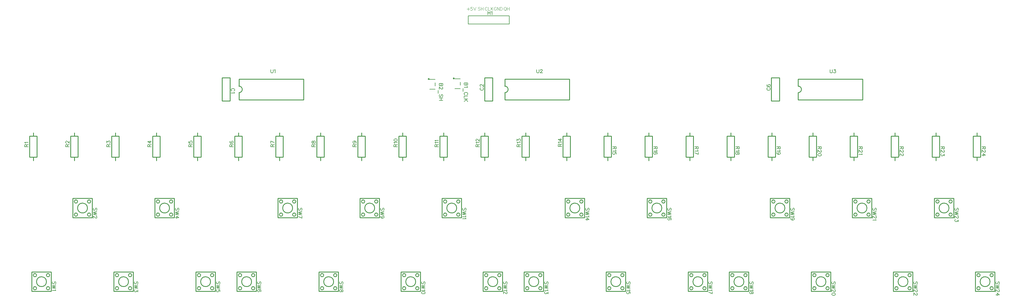
<source format=gto>
G04 Layer: TopSilkscreenLayer*
G04 EasyEDA v6.5.43, 2024-08-27 15:16:03*
G04 cb6e2e9fbd21486d88ae5690d2d3dc00,10*
G04 Gerber Generator version 0.2*
G04 Scale: 100 percent, Rotated: No, Reflected: No *
G04 Dimensions in millimeters *
G04 leading zeros omitted , absolute positions ,4 integer and 5 decimal *
%FSLAX45Y45*%
%MOMM*%

%ADD10C,0.1000*%
%ADD11C,0.1524*%
%ADD12C,0.2540*%
%ADD13C,0.2032*%
%ADD14C,0.2030*%
%ADD15C,0.3000*%
%ADD16C,0.0123*%

%LPD*%
D10*
X13972793Y6983476D02*
G01*
X13972793Y6901434D01*
X13931900Y6942581D02*
G01*
X14013688Y6942581D01*
X14098270Y6996937D02*
G01*
X14052804Y6996937D01*
X14048231Y6956044D01*
X14052804Y6960615D01*
X14066520Y6965187D01*
X14079981Y6965187D01*
X14093697Y6960615D01*
X14102841Y6951471D01*
X14107413Y6938010D01*
X14107413Y6928865D01*
X14102841Y6915150D01*
X14093697Y6906005D01*
X14079981Y6901434D01*
X14066520Y6901434D01*
X14052804Y6906005D01*
X14048231Y6910578D01*
X14043659Y6919721D01*
X14137386Y6996937D02*
G01*
X14173708Y6901434D01*
X14210029Y6996937D02*
G01*
X14173708Y6901434D01*
X14338554Y6983476D02*
G01*
X14329409Y6992365D01*
X14315693Y6996937D01*
X14297406Y6996937D01*
X14283943Y6992365D01*
X14274800Y6983476D01*
X14274800Y6974331D01*
X14279372Y6965187D01*
X14283943Y6960615D01*
X14293088Y6956044D01*
X14320266Y6946900D01*
X14329409Y6942581D01*
X14333981Y6938010D01*
X14338554Y6928865D01*
X14338554Y6915150D01*
X14329409Y6906005D01*
X14315693Y6901434D01*
X14297406Y6901434D01*
X14283943Y6906005D01*
X14274800Y6915150D01*
X14368525Y6996937D02*
G01*
X14368525Y6901434D01*
X14432025Y6996937D02*
G01*
X14432025Y6901434D01*
X14368525Y6951471D02*
G01*
X14432025Y6951471D01*
X14558772Y6974331D02*
G01*
X14554454Y6983476D01*
X14545309Y6992365D01*
X14536166Y6996937D01*
X14517877Y6996937D01*
X14508988Y6992365D01*
X14499843Y6983476D01*
X14495272Y6974331D01*
X14490700Y6960615D01*
X14490700Y6938010D01*
X14495272Y6924294D01*
X14499843Y6915150D01*
X14508988Y6906005D01*
X14517877Y6901434D01*
X14536166Y6901434D01*
X14545309Y6906005D01*
X14554454Y6915150D01*
X14558772Y6924294D01*
X14588997Y6996937D02*
G01*
X14588997Y6901434D01*
X14588997Y6901434D02*
G01*
X14643354Y6901434D01*
X14673325Y6996937D02*
G01*
X14673325Y6901434D01*
X14737079Y6996937D02*
G01*
X14673325Y6933437D01*
X14696186Y6956044D02*
G01*
X14737079Y6901434D01*
X14838172Y6974331D02*
G01*
X14833854Y6983476D01*
X14824709Y6992365D01*
X14815566Y6996937D01*
X14797277Y6996937D01*
X14788388Y6992365D01*
X14779243Y6983476D01*
X14774672Y6974331D01*
X14770100Y6960615D01*
X14770100Y6938010D01*
X14774672Y6924294D01*
X14779243Y6915150D01*
X14788388Y6906005D01*
X14797277Y6901434D01*
X14815566Y6901434D01*
X14824709Y6906005D01*
X14833854Y6915150D01*
X14838172Y6924294D01*
X14838172Y6938010D01*
X14815566Y6938010D02*
G01*
X14838172Y6938010D01*
X14868397Y6996937D02*
G01*
X14868397Y6901434D01*
X14868397Y6996937D02*
G01*
X14931897Y6901434D01*
X14931897Y6996937D02*
G01*
X14931897Y6901434D01*
X14961870Y6996937D02*
G01*
X14961870Y6901434D01*
X14961870Y6996937D02*
G01*
X14993620Y6996937D01*
X15007336Y6992365D01*
X15016479Y6983476D01*
X15021052Y6974331D01*
X15025624Y6960615D01*
X15025624Y6938010D01*
X15021052Y6924294D01*
X15016479Y6915150D01*
X15007336Y6906005D01*
X14993620Y6901434D01*
X14961870Y6901434D01*
X15102077Y6996937D02*
G01*
X15093188Y6992365D01*
X15084043Y6983476D01*
X15079472Y6974331D01*
X15074900Y6960615D01*
X15074900Y6938010D01*
X15079472Y6924294D01*
X15084043Y6915150D01*
X15093188Y6906005D01*
X15102077Y6901434D01*
X15120366Y6901434D01*
X15129509Y6906005D01*
X15138654Y6915150D01*
X15142972Y6924294D01*
X15147543Y6938010D01*
X15147543Y6960615D01*
X15142972Y6974331D01*
X15138654Y6983476D01*
X15129509Y6992365D01*
X15120366Y6996937D01*
X15102077Y6996937D01*
X15115793Y6919721D02*
G01*
X15142972Y6892544D01*
X15177516Y6996937D02*
G01*
X15177516Y6901434D01*
X15241270Y6996937D02*
G01*
X15241270Y6901434D01*
X15177516Y6951471D02*
G01*
X15241270Y6951471D01*
D11*
X6718762Y4392457D02*
G01*
X6729153Y4397654D01*
X6739544Y4408048D01*
X6744738Y4418434D01*
X6744738Y4439218D01*
X6739544Y4449607D01*
X6729153Y4460001D01*
X6718762Y4465198D01*
X6703174Y4470392D01*
X6677197Y4470392D01*
X6661612Y4465198D01*
X6651221Y4460001D01*
X6640829Y4449607D01*
X6635635Y4439218D01*
X6635635Y4418434D01*
X6640829Y4408048D01*
X6651221Y4397654D01*
X6661612Y4392457D01*
X6723956Y4358167D02*
G01*
X6729153Y4347778D01*
X6744738Y4332190D01*
X6635635Y4332190D01*
X14363237Y4497522D02*
G01*
X14352846Y4492327D01*
X14342455Y4481934D01*
X14337261Y4471548D01*
X14337261Y4450765D01*
X14342455Y4440372D01*
X14352846Y4429980D01*
X14363237Y4424784D01*
X14378825Y4419592D01*
X14404802Y4419592D01*
X14420387Y4424784D01*
X14430778Y4429980D01*
X14441170Y4440372D01*
X14446364Y4450765D01*
X14446364Y4471548D01*
X14441170Y4481934D01*
X14430778Y4492327D01*
X14420387Y4497522D01*
X14363237Y4537006D02*
G01*
X14358043Y4537006D01*
X14347652Y4542203D01*
X14342455Y4547400D01*
X14337261Y4557788D01*
X14337261Y4578573D01*
X14342455Y4588964D01*
X14347652Y4594156D01*
X14358043Y4599353D01*
X14368434Y4599353D01*
X14378825Y4594156D01*
X14394411Y4583767D01*
X14446364Y4531814D01*
X14446364Y4604550D01*
X10082009Y-1596644D02*
G01*
X10092423Y-1586229D01*
X10097503Y-1570736D01*
X10097503Y-1549907D01*
X10092423Y-1534413D01*
X10082009Y-1524000D01*
X10071595Y-1524000D01*
X10061181Y-1529079D01*
X10055847Y-1534413D01*
X10050767Y-1544828D01*
X10040353Y-1576070D01*
X10035273Y-1586229D01*
X10029939Y-1591563D01*
X10019525Y-1596644D01*
X10004031Y-1596644D01*
X9993617Y-1586229D01*
X9988537Y-1570736D01*
X9988537Y-1549907D01*
X9993617Y-1534413D01*
X10004031Y-1524000D01*
X10097503Y-1630934D02*
G01*
X9988537Y-1657095D01*
X10097503Y-1683004D02*
G01*
X9988537Y-1657095D01*
X10097503Y-1683004D02*
G01*
X9988537Y-1708912D01*
X10097503Y-1734820D02*
G01*
X9988537Y-1708912D01*
X10097503Y-1795271D02*
G01*
X10092423Y-1779523D01*
X10082009Y-1774444D01*
X10071595Y-1774444D01*
X10061181Y-1779523D01*
X10055847Y-1789937D01*
X10050767Y-1810765D01*
X10045687Y-1826260D01*
X10035273Y-1836673D01*
X10024859Y-1842007D01*
X10009111Y-1842007D01*
X9998697Y-1836673D01*
X9993617Y-1831594D01*
X9988537Y-1816100D01*
X9988537Y-1795271D01*
X9993617Y-1779523D01*
X9998697Y-1774444D01*
X10009111Y-1769110D01*
X10024859Y-1769110D01*
X10035273Y-1774444D01*
X10045687Y-1784857D01*
X10050767Y-1800352D01*
X10055847Y-1821179D01*
X10061181Y-1831594D01*
X10071595Y-1836673D01*
X10082009Y-1836673D01*
X10092423Y-1831594D01*
X10097503Y-1816100D01*
X10097503Y-1795271D01*
X11352009Y689355D02*
G01*
X11362423Y699770D01*
X11367503Y715263D01*
X11367503Y736092D01*
X11362423Y751586D01*
X11352009Y762000D01*
X11341595Y762000D01*
X11331181Y756920D01*
X11325847Y751586D01*
X11320767Y741171D01*
X11310353Y709929D01*
X11305273Y699770D01*
X11299939Y694436D01*
X11289525Y689355D01*
X11274031Y689355D01*
X11263617Y699770D01*
X11258537Y715263D01*
X11258537Y736092D01*
X11263617Y751586D01*
X11274031Y762000D01*
X11367503Y655065D02*
G01*
X11258537Y628904D01*
X11367503Y602995D02*
G01*
X11258537Y628904D01*
X11367503Y602995D02*
G01*
X11258537Y577087D01*
X11367503Y551179D02*
G01*
X11258537Y577087D01*
X11331181Y449326D02*
G01*
X11315687Y454405D01*
X11305273Y464820D01*
X11299939Y480313D01*
X11299939Y485647D01*
X11305273Y501142D01*
X11315687Y511555D01*
X11331181Y516889D01*
X11336261Y516889D01*
X11352009Y511555D01*
X11362423Y501142D01*
X11367503Y485647D01*
X11367503Y480313D01*
X11362423Y464820D01*
X11352009Y454405D01*
X11331181Y449326D01*
X11305273Y449326D01*
X11279111Y454405D01*
X11263617Y464820D01*
X11258537Y480313D01*
X11258537Y490728D01*
X11263617Y506476D01*
X11274031Y511555D01*
X12622009Y-1596644D02*
G01*
X12632423Y-1586229D01*
X12637503Y-1570736D01*
X12637503Y-1549907D01*
X12632423Y-1534413D01*
X12622009Y-1524000D01*
X12611595Y-1524000D01*
X12601181Y-1529079D01*
X12595847Y-1534413D01*
X12590767Y-1544828D01*
X12580353Y-1576070D01*
X12575273Y-1586229D01*
X12569939Y-1591563D01*
X12559525Y-1596644D01*
X12544031Y-1596644D01*
X12533617Y-1586229D01*
X12528537Y-1570736D01*
X12528537Y-1549907D01*
X12533617Y-1534413D01*
X12544031Y-1524000D01*
X12637503Y-1630934D02*
G01*
X12528537Y-1657095D01*
X12637503Y-1683004D02*
G01*
X12528537Y-1657095D01*
X12637503Y-1683004D02*
G01*
X12528537Y-1708912D01*
X12637503Y-1734820D02*
G01*
X12528537Y-1708912D01*
X12616675Y-1769110D02*
G01*
X12622009Y-1779523D01*
X12637503Y-1795271D01*
X12528537Y-1795271D01*
X12637503Y-1860550D02*
G01*
X12632423Y-1845055D01*
X12616675Y-1834642D01*
X12590767Y-1829562D01*
X12575273Y-1829562D01*
X12549111Y-1834642D01*
X12533617Y-1845055D01*
X12528537Y-1860550D01*
X12528537Y-1870963D01*
X12533617Y-1886712D01*
X12549111Y-1897126D01*
X12575273Y-1902205D01*
X12590767Y-1902205D01*
X12616675Y-1897126D01*
X12632423Y-1886712D01*
X12637503Y-1870963D01*
X12637503Y-1860550D01*
X13892009Y689355D02*
G01*
X13902423Y699770D01*
X13907503Y715263D01*
X13907503Y736092D01*
X13902423Y751586D01*
X13892009Y762000D01*
X13881595Y762000D01*
X13871181Y756920D01*
X13865847Y751586D01*
X13860767Y741171D01*
X13850353Y709929D01*
X13845273Y699770D01*
X13839939Y694436D01*
X13829525Y689355D01*
X13814031Y689355D01*
X13803617Y699770D01*
X13798537Y715263D01*
X13798537Y736092D01*
X13803617Y751586D01*
X13814031Y762000D01*
X13907503Y655065D02*
G01*
X13798537Y628904D01*
X13907503Y602995D02*
G01*
X13798537Y628904D01*
X13907503Y602995D02*
G01*
X13798537Y577087D01*
X13907503Y551179D02*
G01*
X13798537Y577087D01*
X13886675Y516889D02*
G01*
X13892009Y506476D01*
X13907503Y490728D01*
X13798537Y490728D01*
X13886675Y456437D02*
G01*
X13892009Y446023D01*
X13907503Y430529D01*
X13798537Y430529D01*
X15162009Y-1596644D02*
G01*
X15172423Y-1586229D01*
X15177503Y-1570736D01*
X15177503Y-1549907D01*
X15172423Y-1534413D01*
X15162009Y-1524000D01*
X15151595Y-1524000D01*
X15141181Y-1529079D01*
X15135847Y-1534413D01*
X15130767Y-1544828D01*
X15120353Y-1576070D01*
X15115273Y-1586229D01*
X15109939Y-1591563D01*
X15099525Y-1596644D01*
X15084031Y-1596644D01*
X15073617Y-1586229D01*
X15068537Y-1570736D01*
X15068537Y-1549907D01*
X15073617Y-1534413D01*
X15084031Y-1524000D01*
X15177503Y-1630934D02*
G01*
X15068537Y-1657095D01*
X15177503Y-1683004D02*
G01*
X15068537Y-1657095D01*
X15177503Y-1683004D02*
G01*
X15068537Y-1708912D01*
X15177503Y-1734820D02*
G01*
X15068537Y-1708912D01*
X15156675Y-1769110D02*
G01*
X15162009Y-1779523D01*
X15177503Y-1795271D01*
X15068537Y-1795271D01*
X15151595Y-1834642D02*
G01*
X15156675Y-1834642D01*
X15167089Y-1839976D01*
X15172423Y-1845055D01*
X15177503Y-1855470D01*
X15177503Y-1876297D01*
X15172423Y-1886712D01*
X15167089Y-1891792D01*
X15156675Y-1897126D01*
X15146261Y-1897126D01*
X15135847Y-1891792D01*
X15120353Y-1881378D01*
X15068537Y-1829562D01*
X15068537Y-1902205D01*
X16432009Y-1596644D02*
G01*
X16442423Y-1586229D01*
X16447503Y-1570736D01*
X16447503Y-1549907D01*
X16442423Y-1534413D01*
X16432009Y-1524000D01*
X16421595Y-1524000D01*
X16411181Y-1529079D01*
X16405847Y-1534413D01*
X16400767Y-1544828D01*
X16390353Y-1576070D01*
X16385273Y-1586229D01*
X16379939Y-1591563D01*
X16369525Y-1596644D01*
X16354031Y-1596644D01*
X16343617Y-1586229D01*
X16338537Y-1570736D01*
X16338537Y-1549907D01*
X16343617Y-1534413D01*
X16354031Y-1524000D01*
X16447503Y-1630934D02*
G01*
X16338537Y-1657095D01*
X16447503Y-1683004D02*
G01*
X16338537Y-1657095D01*
X16447503Y-1683004D02*
G01*
X16338537Y-1708912D01*
X16447503Y-1734820D02*
G01*
X16338537Y-1708912D01*
X16426675Y-1769110D02*
G01*
X16432009Y-1779523D01*
X16447503Y-1795271D01*
X16338537Y-1795271D01*
X16447503Y-1839976D02*
G01*
X16447503Y-1897126D01*
X16405847Y-1865884D01*
X16405847Y-1881378D01*
X16400767Y-1891792D01*
X16395687Y-1897126D01*
X16379939Y-1902205D01*
X16369525Y-1902205D01*
X16354031Y-1897126D01*
X16343617Y-1886712D01*
X16338537Y-1870963D01*
X16338537Y-1855470D01*
X16343617Y-1839976D01*
X16348697Y-1834642D01*
X16359111Y-1829562D01*
X17702009Y689355D02*
G01*
X17712423Y699770D01*
X17717503Y715263D01*
X17717503Y736092D01*
X17712423Y751586D01*
X17702009Y762000D01*
X17691595Y762000D01*
X17681181Y756920D01*
X17675847Y751586D01*
X17670767Y741171D01*
X17660353Y709929D01*
X17655273Y699770D01*
X17649939Y694436D01*
X17639525Y689355D01*
X17624031Y689355D01*
X17613617Y699770D01*
X17608537Y715263D01*
X17608537Y736092D01*
X17613617Y751586D01*
X17624031Y762000D01*
X17717503Y655065D02*
G01*
X17608537Y628904D01*
X17717503Y602995D02*
G01*
X17608537Y628904D01*
X17717503Y602995D02*
G01*
X17608537Y577087D01*
X17717503Y551179D02*
G01*
X17608537Y577087D01*
X17696675Y516889D02*
G01*
X17702009Y506476D01*
X17717503Y490728D01*
X17608537Y490728D01*
X17717503Y404621D02*
G01*
X17644859Y456437D01*
X17644859Y378460D01*
X17717503Y404621D02*
G01*
X17608537Y404621D01*
X18972009Y-1596644D02*
G01*
X18982423Y-1586229D01*
X18987503Y-1570736D01*
X18987503Y-1549907D01*
X18982423Y-1534413D01*
X18972009Y-1524000D01*
X18961595Y-1524000D01*
X18951181Y-1529079D01*
X18945847Y-1534413D01*
X18940767Y-1544828D01*
X18930353Y-1576070D01*
X18925273Y-1586229D01*
X18919939Y-1591563D01*
X18909525Y-1596644D01*
X18894031Y-1596644D01*
X18883617Y-1586229D01*
X18878537Y-1570736D01*
X18878537Y-1549907D01*
X18883617Y-1534413D01*
X18894031Y-1524000D01*
X18987503Y-1630934D02*
G01*
X18878537Y-1657095D01*
X18987503Y-1683004D02*
G01*
X18878537Y-1657095D01*
X18987503Y-1683004D02*
G01*
X18878537Y-1708912D01*
X18987503Y-1734820D02*
G01*
X18878537Y-1708912D01*
X18966675Y-1769110D02*
G01*
X18972009Y-1779523D01*
X18987503Y-1795271D01*
X18878537Y-1795271D01*
X18987503Y-1891792D02*
G01*
X18987503Y-1839976D01*
X18940767Y-1834642D01*
X18945847Y-1839976D01*
X18951181Y-1855470D01*
X18951181Y-1870963D01*
X18945847Y-1886712D01*
X18935687Y-1897126D01*
X18919939Y-1902205D01*
X18909525Y-1902205D01*
X18894031Y-1897126D01*
X18883617Y-1886712D01*
X18878537Y-1870963D01*
X18878537Y-1855470D01*
X18883617Y-1839976D01*
X18888697Y-1834642D01*
X18899111Y-1829562D01*
X20242009Y689355D02*
G01*
X20252423Y699770D01*
X20257503Y715263D01*
X20257503Y736092D01*
X20252423Y751586D01*
X20242009Y762000D01*
X20231595Y762000D01*
X20221181Y756920D01*
X20215847Y751586D01*
X20210767Y741171D01*
X20200353Y709929D01*
X20195273Y699770D01*
X20189939Y694436D01*
X20179525Y689355D01*
X20164031Y689355D01*
X20153617Y699770D01*
X20148537Y715263D01*
X20148537Y736092D01*
X20153617Y751586D01*
X20164031Y762000D01*
X20257503Y655065D02*
G01*
X20148537Y628904D01*
X20257503Y602995D02*
G01*
X20148537Y628904D01*
X20257503Y602995D02*
G01*
X20148537Y577087D01*
X20257503Y551179D02*
G01*
X20148537Y577087D01*
X20236675Y516889D02*
G01*
X20242009Y506476D01*
X20257503Y490728D01*
X20148537Y490728D01*
X20242009Y394207D02*
G01*
X20252423Y399287D01*
X20257503Y415036D01*
X20257503Y425450D01*
X20252423Y440944D01*
X20236675Y451357D01*
X20210767Y456437D01*
X20184859Y456437D01*
X20164031Y451357D01*
X20153617Y440944D01*
X20148537Y425450D01*
X20148537Y420115D01*
X20153617Y404621D01*
X20164031Y394207D01*
X20179525Y388873D01*
X20184859Y388873D01*
X20200353Y394207D01*
X20210767Y404621D01*
X20215847Y420115D01*
X20215847Y425450D01*
X20210767Y440944D01*
X20200353Y451357D01*
X20184859Y456437D01*
X21512009Y-1596644D02*
G01*
X21522423Y-1586229D01*
X21527503Y-1570736D01*
X21527503Y-1549907D01*
X21522423Y-1534413D01*
X21512009Y-1524000D01*
X21501595Y-1524000D01*
X21491181Y-1529079D01*
X21485847Y-1534413D01*
X21480767Y-1544828D01*
X21470353Y-1576070D01*
X21465273Y-1586229D01*
X21459939Y-1591563D01*
X21449525Y-1596644D01*
X21434031Y-1596644D01*
X21423617Y-1586229D01*
X21418537Y-1570736D01*
X21418537Y-1549907D01*
X21423617Y-1534413D01*
X21434031Y-1524000D01*
X21527503Y-1630934D02*
G01*
X21418537Y-1657095D01*
X21527503Y-1683004D02*
G01*
X21418537Y-1657095D01*
X21527503Y-1683004D02*
G01*
X21418537Y-1708912D01*
X21527503Y-1734820D02*
G01*
X21418537Y-1708912D01*
X21506675Y-1769110D02*
G01*
X21512009Y-1779523D01*
X21527503Y-1795271D01*
X21418537Y-1795271D01*
X21527503Y-1902205D02*
G01*
X21418537Y-1850389D01*
X21527503Y-1829562D02*
G01*
X21527503Y-1902205D01*
X22782009Y-1596644D02*
G01*
X22792423Y-1586229D01*
X22797503Y-1570736D01*
X22797503Y-1549907D01*
X22792423Y-1534413D01*
X22782009Y-1524000D01*
X22771595Y-1524000D01*
X22761181Y-1529079D01*
X22755847Y-1534413D01*
X22750767Y-1544828D01*
X22740353Y-1576070D01*
X22735273Y-1586229D01*
X22729939Y-1591563D01*
X22719525Y-1596644D01*
X22704031Y-1596644D01*
X22693617Y-1586229D01*
X22688537Y-1570736D01*
X22688537Y-1549907D01*
X22693617Y-1534413D01*
X22704031Y-1524000D01*
X22797503Y-1630934D02*
G01*
X22688537Y-1657095D01*
X22797503Y-1683004D02*
G01*
X22688537Y-1657095D01*
X22797503Y-1683004D02*
G01*
X22688537Y-1708912D01*
X22797503Y-1734820D02*
G01*
X22688537Y-1708912D01*
X22776675Y-1769110D02*
G01*
X22782009Y-1779523D01*
X22797503Y-1795271D01*
X22688537Y-1795271D01*
X22797503Y-1855470D02*
G01*
X22792423Y-1839976D01*
X22782009Y-1834642D01*
X22771595Y-1834642D01*
X22761181Y-1839976D01*
X22755847Y-1850389D01*
X22750767Y-1870963D01*
X22745687Y-1886712D01*
X22735273Y-1897126D01*
X22724859Y-1902205D01*
X22709111Y-1902205D01*
X22698697Y-1897126D01*
X22693617Y-1891792D01*
X22688537Y-1876297D01*
X22688537Y-1855470D01*
X22693617Y-1839976D01*
X22698697Y-1834642D01*
X22709111Y-1829562D01*
X22724859Y-1829562D01*
X22735273Y-1834642D01*
X22745687Y-1845055D01*
X22750767Y-1860550D01*
X22755847Y-1881378D01*
X22761181Y-1891792D01*
X22771595Y-1897126D01*
X22782009Y-1897126D01*
X22792423Y-1891792D01*
X22797503Y-1876297D01*
X22797503Y-1855470D01*
X24052009Y689355D02*
G01*
X24062423Y699770D01*
X24067503Y715263D01*
X24067503Y736092D01*
X24062423Y751586D01*
X24052009Y762000D01*
X24041595Y762000D01*
X24031181Y756920D01*
X24025847Y751586D01*
X24020767Y741171D01*
X24010353Y709929D01*
X24005273Y699770D01*
X23999939Y694436D01*
X23989525Y689355D01*
X23974031Y689355D01*
X23963617Y699770D01*
X23958537Y715263D01*
X23958537Y736092D01*
X23963617Y751586D01*
X23974031Y762000D01*
X24067503Y655065D02*
G01*
X23958537Y628904D01*
X24067503Y602995D02*
G01*
X23958537Y628904D01*
X24067503Y602995D02*
G01*
X23958537Y577087D01*
X24067503Y551179D02*
G01*
X23958537Y577087D01*
X24046675Y516889D02*
G01*
X24052009Y506476D01*
X24067503Y490728D01*
X23958537Y490728D01*
X24031181Y388873D02*
G01*
X24015687Y394207D01*
X24005273Y404621D01*
X23999939Y420115D01*
X23999939Y425450D01*
X24005273Y440944D01*
X24015687Y451357D01*
X24031181Y456437D01*
X24036261Y456437D01*
X24052009Y451357D01*
X24062423Y440944D01*
X24067503Y425450D01*
X24067503Y420115D01*
X24062423Y404621D01*
X24052009Y394207D01*
X24031181Y388873D01*
X24005273Y388873D01*
X23979111Y394207D01*
X23963617Y404621D01*
X23958537Y420115D01*
X23958537Y430529D01*
X23963617Y446023D01*
X23974031Y451357D01*
X25322009Y-1596644D02*
G01*
X25332423Y-1586229D01*
X25337503Y-1570736D01*
X25337503Y-1549907D01*
X25332423Y-1534413D01*
X25322009Y-1524000D01*
X25311595Y-1524000D01*
X25301181Y-1529079D01*
X25295847Y-1534413D01*
X25290767Y-1544828D01*
X25280353Y-1576070D01*
X25275273Y-1586229D01*
X25269939Y-1591563D01*
X25259525Y-1596644D01*
X25244031Y-1596644D01*
X25233617Y-1586229D01*
X25228537Y-1570736D01*
X25228537Y-1549907D01*
X25233617Y-1534413D01*
X25244031Y-1524000D01*
X25337503Y-1630934D02*
G01*
X25228537Y-1657095D01*
X25337503Y-1683004D02*
G01*
X25228537Y-1657095D01*
X25337503Y-1683004D02*
G01*
X25228537Y-1708912D01*
X25337503Y-1734820D02*
G01*
X25228537Y-1708912D01*
X25311595Y-1774444D02*
G01*
X25316675Y-1774444D01*
X25327089Y-1779523D01*
X25332423Y-1784857D01*
X25337503Y-1795271D01*
X25337503Y-1816100D01*
X25332423Y-1826260D01*
X25327089Y-1831594D01*
X25316675Y-1836673D01*
X25306261Y-1836673D01*
X25295847Y-1831594D01*
X25280353Y-1821179D01*
X25228537Y-1769110D01*
X25228537Y-1842007D01*
X25337503Y-1907539D02*
G01*
X25332423Y-1891792D01*
X25316675Y-1881378D01*
X25290767Y-1876297D01*
X25275273Y-1876297D01*
X25249111Y-1881378D01*
X25233617Y-1891792D01*
X25228537Y-1907539D01*
X25228537Y-1917700D01*
X25233617Y-1933447D01*
X25249111Y-1943862D01*
X25275273Y-1948942D01*
X25290767Y-1948942D01*
X25316675Y-1943862D01*
X25332423Y-1933447D01*
X25337503Y-1917700D01*
X25337503Y-1907539D01*
X26591955Y689355D02*
G01*
X26602369Y699770D01*
X26607449Y715263D01*
X26607449Y736092D01*
X26602369Y751586D01*
X26591955Y762000D01*
X26581541Y762000D01*
X26571127Y756920D01*
X26565793Y751586D01*
X26560713Y741171D01*
X26550299Y709929D01*
X26545219Y699770D01*
X26539885Y694436D01*
X26529471Y689355D01*
X26513977Y689355D01*
X26503563Y699770D01*
X26498483Y715263D01*
X26498483Y736092D01*
X26503563Y751586D01*
X26513977Y762000D01*
X26607449Y655065D02*
G01*
X26498483Y628904D01*
X26607449Y602995D02*
G01*
X26498483Y628904D01*
X26607449Y602995D02*
G01*
X26498483Y577087D01*
X26607449Y551179D02*
G01*
X26498483Y577087D01*
X26581541Y511555D02*
G01*
X26586621Y511555D01*
X26597035Y506476D01*
X26602369Y501142D01*
X26607449Y490728D01*
X26607449Y469900D01*
X26602369Y459739D01*
X26597035Y454405D01*
X26586621Y449326D01*
X26576207Y449326D01*
X26565793Y454405D01*
X26550299Y464820D01*
X26498483Y516889D01*
X26498483Y443992D01*
X26586621Y409702D02*
G01*
X26591955Y399287D01*
X26607449Y383794D01*
X26498483Y383794D01*
X27861953Y-1596644D02*
G01*
X27872367Y-1586229D01*
X27877447Y-1570736D01*
X27877447Y-1549907D01*
X27872367Y-1534413D01*
X27861953Y-1524000D01*
X27851539Y-1524000D01*
X27841125Y-1529079D01*
X27835791Y-1534413D01*
X27830711Y-1544828D01*
X27820297Y-1576070D01*
X27815217Y-1586229D01*
X27809883Y-1591563D01*
X27799469Y-1596644D01*
X27783975Y-1596644D01*
X27773561Y-1586229D01*
X27768481Y-1570736D01*
X27768481Y-1549907D01*
X27773561Y-1534413D01*
X27783975Y-1524000D01*
X27877447Y-1630934D02*
G01*
X27768481Y-1657095D01*
X27877447Y-1683004D02*
G01*
X27768481Y-1657095D01*
X27877447Y-1683004D02*
G01*
X27768481Y-1708912D01*
X27877447Y-1734820D02*
G01*
X27768481Y-1708912D01*
X27851539Y-1774444D02*
G01*
X27856619Y-1774444D01*
X27867033Y-1779523D01*
X27872367Y-1784857D01*
X27877447Y-1795271D01*
X27877447Y-1816100D01*
X27872367Y-1826260D01*
X27867033Y-1831594D01*
X27856619Y-1836673D01*
X27846205Y-1836673D01*
X27835791Y-1831594D01*
X27820297Y-1821179D01*
X27768481Y-1769110D01*
X27768481Y-1842007D01*
X27851539Y-1881378D02*
G01*
X27856619Y-1881378D01*
X27867033Y-1886712D01*
X27872367Y-1891792D01*
X27877447Y-1902205D01*
X27877447Y-1923034D01*
X27872367Y-1933447D01*
X27867033Y-1938528D01*
X27856619Y-1943862D01*
X27846205Y-1943862D01*
X27835791Y-1938528D01*
X27820297Y-1928113D01*
X27768481Y-1876297D01*
X27768481Y-1948942D01*
X29131950Y689355D02*
G01*
X29142364Y699770D01*
X29147444Y715263D01*
X29147444Y736092D01*
X29142364Y751586D01*
X29131950Y762000D01*
X29121536Y762000D01*
X29111122Y756920D01*
X29105788Y751586D01*
X29100708Y741171D01*
X29090294Y709929D01*
X29085214Y699770D01*
X29079880Y694436D01*
X29069466Y689355D01*
X29053972Y689355D01*
X29043558Y699770D01*
X29038478Y715263D01*
X29038478Y736092D01*
X29043558Y751586D01*
X29053972Y762000D01*
X29147444Y655065D02*
G01*
X29038478Y628904D01*
X29147444Y602995D02*
G01*
X29038478Y628904D01*
X29147444Y602995D02*
G01*
X29038478Y577087D01*
X29147444Y551179D02*
G01*
X29038478Y577087D01*
X29121536Y511555D02*
G01*
X29126616Y511555D01*
X29137030Y506476D01*
X29142364Y501142D01*
X29147444Y490728D01*
X29147444Y469900D01*
X29142364Y459739D01*
X29137030Y454405D01*
X29126616Y449326D01*
X29116202Y449326D01*
X29105788Y454405D01*
X29090294Y464820D01*
X29038478Y516889D01*
X29038478Y443992D01*
X29147444Y399287D02*
G01*
X29147444Y342137D01*
X29105788Y373379D01*
X29105788Y357886D01*
X29100708Y347471D01*
X29095628Y342137D01*
X29079880Y337057D01*
X29069466Y337057D01*
X29053972Y342137D01*
X29043558Y352552D01*
X29038478Y368300D01*
X29038478Y383794D01*
X29043558Y399287D01*
X29048638Y404621D01*
X29059052Y409702D01*
X30401948Y-1596644D02*
G01*
X30412362Y-1586229D01*
X30417442Y-1570736D01*
X30417442Y-1549907D01*
X30412362Y-1534413D01*
X30401948Y-1524000D01*
X30391534Y-1524000D01*
X30381120Y-1529079D01*
X30375786Y-1534413D01*
X30370706Y-1544828D01*
X30360292Y-1576070D01*
X30355212Y-1586229D01*
X30349878Y-1591563D01*
X30339464Y-1596644D01*
X30323970Y-1596644D01*
X30313556Y-1586229D01*
X30308476Y-1570736D01*
X30308476Y-1549907D01*
X30313556Y-1534413D01*
X30323970Y-1524000D01*
X30417442Y-1630934D02*
G01*
X30308476Y-1657095D01*
X30417442Y-1683004D02*
G01*
X30308476Y-1657095D01*
X30417442Y-1683004D02*
G01*
X30308476Y-1708912D01*
X30417442Y-1734820D02*
G01*
X30308476Y-1708912D01*
X30391534Y-1774444D02*
G01*
X30396614Y-1774444D01*
X30407028Y-1779523D01*
X30412362Y-1784857D01*
X30417442Y-1795271D01*
X30417442Y-1816100D01*
X30412362Y-1826260D01*
X30407028Y-1831594D01*
X30396614Y-1836673D01*
X30386200Y-1836673D01*
X30375786Y-1831594D01*
X30360292Y-1821179D01*
X30308476Y-1769110D01*
X30308476Y-1842007D01*
X30417442Y-1928113D02*
G01*
X30344798Y-1876297D01*
X30344798Y-1954276D01*
X30417442Y-1928113D02*
G01*
X30308476Y-1928113D01*
X1192009Y-1596669D02*
G01*
X1202423Y-1586255D01*
X1207503Y-1570761D01*
X1207503Y-1549933D01*
X1202423Y-1534439D01*
X1192009Y-1524025D01*
X1181595Y-1524025D01*
X1171181Y-1529105D01*
X1165847Y-1534439D01*
X1160767Y-1544853D01*
X1150353Y-1575841D01*
X1145273Y-1586255D01*
X1139939Y-1591589D01*
X1129525Y-1596669D01*
X1114031Y-1596669D01*
X1103617Y-1586255D01*
X1098537Y-1570761D01*
X1098537Y-1549933D01*
X1103617Y-1534439D01*
X1114031Y-1524025D01*
X1207503Y-1630959D02*
G01*
X1098537Y-1657121D01*
X1207503Y-1683029D02*
G01*
X1098537Y-1657121D01*
X1207503Y-1683029D02*
G01*
X1098537Y-1708937D01*
X1207503Y-1734845D02*
G01*
X1098537Y-1708937D01*
X1186675Y-1769135D02*
G01*
X1192009Y-1779549D01*
X1207503Y-1795297D01*
X1098537Y-1795297D01*
X2462009Y689355D02*
G01*
X2472423Y699770D01*
X2477503Y715263D01*
X2477503Y736092D01*
X2472423Y751586D01*
X2462009Y762000D01*
X2451595Y762000D01*
X2441181Y756920D01*
X2435847Y751586D01*
X2430767Y741171D01*
X2420353Y709929D01*
X2415273Y699770D01*
X2409939Y694436D01*
X2399525Y689355D01*
X2384031Y689355D01*
X2373617Y699770D01*
X2368283Y715263D01*
X2368283Y736092D01*
X2373617Y751586D01*
X2384031Y762000D01*
X2477503Y655065D02*
G01*
X2368283Y628904D01*
X2477503Y602995D02*
G01*
X2368283Y628904D01*
X2477503Y602995D02*
G01*
X2368283Y577087D01*
X2477503Y551179D02*
G01*
X2368283Y577087D01*
X2451595Y511555D02*
G01*
X2456675Y511555D01*
X2467089Y506476D01*
X2472423Y501142D01*
X2477503Y490728D01*
X2477503Y469900D01*
X2472423Y459739D01*
X2467089Y454405D01*
X2456675Y449326D01*
X2446261Y449326D01*
X2435847Y454405D01*
X2420353Y464820D01*
X2368283Y516889D01*
X2368283Y443992D01*
X3732009Y-1596644D02*
G01*
X3742423Y-1586229D01*
X3747503Y-1570736D01*
X3747503Y-1549907D01*
X3742423Y-1534413D01*
X3732009Y-1524000D01*
X3721595Y-1524000D01*
X3711181Y-1529079D01*
X3705847Y-1534413D01*
X3700767Y-1544828D01*
X3690353Y-1576070D01*
X3685273Y-1586229D01*
X3679939Y-1591563D01*
X3669525Y-1596644D01*
X3654031Y-1596644D01*
X3643617Y-1586229D01*
X3638283Y-1570736D01*
X3638283Y-1549907D01*
X3643617Y-1534413D01*
X3654031Y-1524000D01*
X3747503Y-1630934D02*
G01*
X3638283Y-1657095D01*
X3747503Y-1683004D02*
G01*
X3638283Y-1657095D01*
X3747503Y-1683004D02*
G01*
X3638283Y-1708912D01*
X3747503Y-1734820D02*
G01*
X3638283Y-1708912D01*
X3747503Y-1779523D02*
G01*
X3747503Y-1836673D01*
X3705847Y-1805686D01*
X3705847Y-1821179D01*
X3700767Y-1831594D01*
X3695433Y-1836673D01*
X3679939Y-1842007D01*
X3669525Y-1842007D01*
X3654031Y-1836673D01*
X3643617Y-1826260D01*
X3638283Y-1810765D01*
X3638283Y-1795271D01*
X3643617Y-1779523D01*
X3648697Y-1774444D01*
X3659111Y-1769110D01*
X5002009Y689355D02*
G01*
X5012423Y699770D01*
X5017503Y715263D01*
X5017503Y736092D01*
X5012423Y751586D01*
X5002009Y762000D01*
X4991595Y762000D01*
X4981181Y756920D01*
X4975847Y751586D01*
X4970767Y741171D01*
X4960353Y709929D01*
X4955273Y699770D01*
X4949939Y694436D01*
X4939525Y689355D01*
X4924031Y689355D01*
X4913617Y699770D01*
X4908283Y715263D01*
X4908283Y736092D01*
X4913617Y751586D01*
X4924031Y762000D01*
X5017503Y655065D02*
G01*
X4908283Y628904D01*
X5017503Y602995D02*
G01*
X4908283Y628904D01*
X5017503Y602995D02*
G01*
X4908283Y577087D01*
X5017503Y551179D02*
G01*
X4908283Y577087D01*
X5017503Y464820D02*
G01*
X4944859Y516889D01*
X4944859Y438912D01*
X5017503Y464820D02*
G01*
X4908283Y464820D01*
X6272009Y-1596644D02*
G01*
X6282423Y-1586229D01*
X6287503Y-1570736D01*
X6287503Y-1549907D01*
X6282423Y-1534413D01*
X6272009Y-1524000D01*
X6261595Y-1524000D01*
X6251181Y-1529079D01*
X6245847Y-1534413D01*
X6240767Y-1544828D01*
X6230353Y-1576070D01*
X6225273Y-1586229D01*
X6219939Y-1591563D01*
X6209525Y-1596644D01*
X6194031Y-1596644D01*
X6183617Y-1586229D01*
X6178283Y-1570736D01*
X6178283Y-1549907D01*
X6183617Y-1534413D01*
X6194031Y-1524000D01*
X6287503Y-1630934D02*
G01*
X6178283Y-1657095D01*
X6287503Y-1683004D02*
G01*
X6178283Y-1657095D01*
X6287503Y-1683004D02*
G01*
X6178283Y-1708912D01*
X6287503Y-1734820D02*
G01*
X6178283Y-1708912D01*
X6287503Y-1831594D02*
G01*
X6287503Y-1779523D01*
X6240767Y-1774444D01*
X6245847Y-1779523D01*
X6251181Y-1795271D01*
X6251181Y-1810765D01*
X6245847Y-1826260D01*
X6235433Y-1836673D01*
X6219939Y-1842007D01*
X6209525Y-1842007D01*
X6194031Y-1836673D01*
X6183617Y-1826260D01*
X6178283Y-1810765D01*
X6178283Y-1795271D01*
X6183617Y-1779523D01*
X6188697Y-1774444D01*
X6199111Y-1769110D01*
X7542009Y-1596644D02*
G01*
X7552423Y-1586229D01*
X7557503Y-1570736D01*
X7557503Y-1549907D01*
X7552423Y-1534413D01*
X7542009Y-1524000D01*
X7531595Y-1524000D01*
X7521181Y-1529079D01*
X7515847Y-1534413D01*
X7510767Y-1544828D01*
X7500353Y-1576070D01*
X7495273Y-1586229D01*
X7489939Y-1591563D01*
X7479525Y-1596644D01*
X7464031Y-1596644D01*
X7453617Y-1586229D01*
X7448283Y-1570736D01*
X7448283Y-1549907D01*
X7453617Y-1534413D01*
X7464031Y-1524000D01*
X7557503Y-1630934D02*
G01*
X7448283Y-1657095D01*
X7557503Y-1683004D02*
G01*
X7448283Y-1657095D01*
X7557503Y-1683004D02*
G01*
X7448283Y-1708912D01*
X7557503Y-1734820D02*
G01*
X7448283Y-1708912D01*
X7542009Y-1831594D02*
G01*
X7552423Y-1826260D01*
X7557503Y-1810765D01*
X7557503Y-1800352D01*
X7552423Y-1784857D01*
X7536675Y-1774444D01*
X7510767Y-1769110D01*
X7484859Y-1769110D01*
X7464031Y-1774444D01*
X7453617Y-1784857D01*
X7448283Y-1800352D01*
X7448283Y-1805686D01*
X7453617Y-1821179D01*
X7464031Y-1831594D01*
X7479525Y-1836673D01*
X7484859Y-1836673D01*
X7500353Y-1831594D01*
X7510767Y-1821179D01*
X7515847Y-1805686D01*
X7515847Y-1800352D01*
X7510767Y-1784857D01*
X7500353Y-1774444D01*
X7484859Y-1769110D01*
X8812009Y689355D02*
G01*
X8822423Y699770D01*
X8827503Y715263D01*
X8827503Y736092D01*
X8822423Y751586D01*
X8812009Y762000D01*
X8801595Y762000D01*
X8791181Y756920D01*
X8785847Y751586D01*
X8780767Y741171D01*
X8770353Y709929D01*
X8765273Y699770D01*
X8759939Y694436D01*
X8749525Y689355D01*
X8734031Y689355D01*
X8723617Y699770D01*
X8718283Y715263D01*
X8718283Y736092D01*
X8723617Y751586D01*
X8734031Y762000D01*
X8827503Y655065D02*
G01*
X8718283Y628904D01*
X8827503Y602995D02*
G01*
X8718283Y628904D01*
X8827503Y602995D02*
G01*
X8718283Y577087D01*
X8827503Y551179D02*
G01*
X8718283Y577087D01*
X8827503Y443992D02*
G01*
X8718283Y496062D01*
X8827503Y516889D02*
G01*
X8827503Y443992D01*
X23240491Y4497567D02*
G01*
X23230077Y4492236D01*
X23219663Y4481819D01*
X23214584Y4471662D01*
X23214584Y4450831D01*
X23219663Y4440417D01*
X23230077Y4430003D01*
X23240491Y4424669D01*
X23256240Y4419592D01*
X23282148Y4419592D01*
X23297641Y4424669D01*
X23308056Y4430003D01*
X23318470Y4440417D01*
X23323550Y4450831D01*
X23323550Y4471662D01*
X23318470Y4481819D01*
X23308056Y4492236D01*
X23297641Y4497567D01*
X23230077Y4594087D02*
G01*
X23219663Y4589010D01*
X23214584Y4573262D01*
X23214584Y4563099D01*
X23219663Y4547354D01*
X23235411Y4536937D01*
X23261320Y4531860D01*
X23287227Y4531860D01*
X23308056Y4536937D01*
X23318470Y4547354D01*
X23323550Y4563099D01*
X23323550Y4568182D01*
X23318470Y4583676D01*
X23308056Y4594087D01*
X23292561Y4599421D01*
X23287227Y4599421D01*
X23271734Y4594087D01*
X23261320Y4583676D01*
X23256240Y4568182D01*
X23256240Y4563099D01*
X23261320Y4547354D01*
X23271734Y4536937D01*
X23287227Y4531860D01*
X7862163Y5064930D02*
G01*
X7862163Y4986952D01*
X7867243Y4971455D01*
X7877657Y4961044D01*
X7893405Y4955964D01*
X7903819Y4955964D01*
X7919313Y4961044D01*
X7929727Y4971455D01*
X7934807Y4986952D01*
X7934807Y5064930D01*
X7969097Y5044102D02*
G01*
X7979511Y5049436D01*
X7995259Y5064930D01*
X7995259Y4955964D01*
X16091763Y5064930D02*
G01*
X16091763Y4986952D01*
X16096843Y4971455D01*
X16107257Y4961044D01*
X16123005Y4955964D01*
X16133419Y4955964D01*
X16148913Y4961044D01*
X16159327Y4971455D01*
X16164407Y4986952D01*
X16164407Y5064930D01*
X16204031Y5039022D02*
G01*
X16204031Y5044102D01*
X16209111Y5054513D01*
X16214445Y5059847D01*
X16224859Y5064930D01*
X16245433Y5064930D01*
X16255847Y5059847D01*
X16261181Y5054513D01*
X16266261Y5044102D01*
X16266261Y5033688D01*
X16261181Y5023271D01*
X16250767Y5007780D01*
X16198697Y4955964D01*
X16271595Y4955964D01*
X25172263Y5064937D02*
G01*
X25172263Y4986959D01*
X25177343Y4971465D01*
X25187757Y4961051D01*
X25203505Y4955971D01*
X25213919Y4955971D01*
X25229413Y4961051D01*
X25239827Y4971465D01*
X25244907Y4986959D01*
X25244907Y5064937D01*
X25289611Y5064937D02*
G01*
X25346761Y5064937D01*
X25315773Y5023281D01*
X25331267Y5023281D01*
X25341681Y5018201D01*
X25346761Y5013121D01*
X25352095Y4997373D01*
X25352095Y4986959D01*
X25346761Y4971465D01*
X25336347Y4961051D01*
X25320853Y4955971D01*
X25305359Y4955971D01*
X25289611Y4961051D01*
X25284531Y4966131D01*
X25279197Y4976545D01*
X13958316Y4648200D02*
G01*
X13849350Y4648200D01*
X13958316Y4648200D02*
G01*
X13958316Y4601463D01*
X13953236Y4585970D01*
X13947902Y4580636D01*
X13937488Y4575555D01*
X13927074Y4575555D01*
X13916659Y4580636D01*
X13911579Y4585970D01*
X13906500Y4601463D01*
X13906500Y4648200D02*
G01*
X13906500Y4601463D01*
X13901166Y4585970D01*
X13896086Y4580636D01*
X13885672Y4575555D01*
X13869924Y4575555D01*
X13859509Y4580636D01*
X13854429Y4585970D01*
X13849350Y4601463D01*
X13849350Y4648200D01*
X13937488Y4541265D02*
G01*
X13942822Y4530852D01*
X13958316Y4515104D01*
X13849350Y4515104D01*
X13812774Y4480813D02*
G01*
X13812774Y4387342D01*
X13932408Y4275073D02*
G01*
X13942822Y4280407D01*
X13953236Y4290821D01*
X13958316Y4301236D01*
X13958316Y4321810D01*
X13953236Y4332223D01*
X13942822Y4342637D01*
X13932408Y4347971D01*
X13916659Y4353052D01*
X13890752Y4353052D01*
X13875258Y4347971D01*
X13864843Y4342637D01*
X13854429Y4332223D01*
X13849350Y4321810D01*
X13849350Y4301236D01*
X13854429Y4290821D01*
X13864843Y4280407D01*
X13875258Y4275073D01*
X13958316Y4240784D02*
G01*
X13849350Y4240784D01*
X13849350Y4240784D02*
G01*
X13849350Y4178554D01*
X13958316Y4144263D02*
G01*
X13849350Y4144263D01*
X13958316Y4071620D02*
G01*
X13885672Y4144263D01*
X13911579Y4118355D02*
G01*
X13849350Y4071620D01*
X13183616Y4628895D02*
G01*
X13074650Y4628895D01*
X13183616Y4628895D02*
G01*
X13183616Y4582160D01*
X13178536Y4566665D01*
X13173202Y4561331D01*
X13162788Y4556252D01*
X13152374Y4556252D01*
X13141959Y4561331D01*
X13136879Y4566665D01*
X13131800Y4582160D01*
X13131800Y4628895D02*
G01*
X13131800Y4582160D01*
X13126466Y4566665D01*
X13121386Y4561331D01*
X13110972Y4556252D01*
X13095224Y4556252D01*
X13084809Y4561331D01*
X13079729Y4566665D01*
X13074650Y4582160D01*
X13074650Y4628895D01*
X13157708Y4516628D02*
G01*
X13162788Y4516628D01*
X13173202Y4511547D01*
X13178536Y4506213D01*
X13183616Y4495800D01*
X13183616Y4475226D01*
X13178536Y4464812D01*
X13173202Y4459478D01*
X13162788Y4454397D01*
X13152374Y4454397D01*
X13141959Y4459478D01*
X13126466Y4469892D01*
X13074650Y4521962D01*
X13074650Y4449063D01*
X13038074Y4414773D02*
G01*
X13038074Y4321302D01*
X13168122Y4214368D02*
G01*
X13178536Y4224781D01*
X13183616Y4240276D01*
X13183616Y4261104D01*
X13178536Y4276597D01*
X13168122Y4287012D01*
X13157708Y4287012D01*
X13147293Y4281931D01*
X13141959Y4276597D01*
X13136879Y4266184D01*
X13126466Y4235195D01*
X13121386Y4224781D01*
X13116052Y4219447D01*
X13105638Y4214368D01*
X13090143Y4214368D01*
X13079729Y4224781D01*
X13074650Y4240276D01*
X13074650Y4261104D01*
X13079729Y4276597D01*
X13090143Y4287012D01*
X13183616Y4180078D02*
G01*
X13074650Y4180078D01*
X13183616Y4107179D02*
G01*
X13074650Y4107179D01*
X13131800Y4180078D02*
G01*
X13131800Y4107179D01*
X14579600Y6871715D02*
G01*
X14579600Y6762750D01*
X14652243Y6871715D02*
G01*
X14652243Y6762750D01*
X14579600Y6819900D02*
G01*
X14652243Y6819900D01*
X14686534Y6850887D02*
G01*
X14696947Y6856221D01*
X14712695Y6871715D01*
X14712695Y6762750D01*
X10400261Y2666994D02*
G01*
X10509364Y2666994D01*
X10400261Y2666994D02*
G01*
X10400261Y2713753D01*
X10405455Y2729339D01*
X10410652Y2734536D01*
X10421043Y2739730D01*
X10431434Y2739730D01*
X10441825Y2734536D01*
X10447020Y2729339D01*
X10452214Y2713753D01*
X10452214Y2666994D01*
X10452214Y2703362D02*
G01*
X10509364Y2739730D01*
X10436628Y2841561D02*
G01*
X10452214Y2836367D01*
X10462605Y2825976D01*
X10467802Y2810390D01*
X10467802Y2805193D01*
X10462605Y2789608D01*
X10452214Y2779217D01*
X10436628Y2774020D01*
X10431434Y2774020D01*
X10415846Y2779217D01*
X10405455Y2789608D01*
X10400261Y2805193D01*
X10400261Y2810390D01*
X10405455Y2825976D01*
X10415846Y2836367D01*
X10436628Y2841561D01*
X10462605Y2841561D01*
X10488584Y2836367D01*
X10504170Y2825976D01*
X10509364Y2810390D01*
X10509364Y2799999D01*
X10504170Y2784411D01*
X10493778Y2779217D01*
X11670261Y2667000D02*
G01*
X11779364Y2667000D01*
X11670261Y2667000D02*
G01*
X11670261Y2713758D01*
X11675455Y2729344D01*
X11680652Y2734541D01*
X11691043Y2739735D01*
X11701434Y2739735D01*
X11711825Y2734541D01*
X11717020Y2729344D01*
X11722214Y2713758D01*
X11722214Y2667000D01*
X11722214Y2703367D02*
G01*
X11779364Y2739735D01*
X11691043Y2774025D02*
G01*
X11685846Y2784416D01*
X11670261Y2800004D01*
X11779364Y2800004D01*
X11670261Y2865465D02*
G01*
X11675455Y2849879D01*
X11691043Y2839488D01*
X11717020Y2834294D01*
X11732605Y2834294D01*
X11758584Y2839488D01*
X11774170Y2849879D01*
X11779364Y2865465D01*
X11779364Y2875856D01*
X11774170Y2891444D01*
X11758584Y2901835D01*
X11732605Y2907029D01*
X11717020Y2907029D01*
X11691043Y2901835D01*
X11675455Y2891444D01*
X11670261Y2875856D01*
X11670261Y2865465D01*
X12940261Y2667000D02*
G01*
X13049364Y2667000D01*
X12940261Y2667000D02*
G01*
X12940261Y2713758D01*
X12945455Y2729344D01*
X12950652Y2734541D01*
X12961043Y2739735D01*
X12971434Y2739735D01*
X12981825Y2734541D01*
X12987020Y2729344D01*
X12992214Y2713758D01*
X12992214Y2667000D01*
X12992214Y2703367D02*
G01*
X13049364Y2739735D01*
X12961043Y2774025D02*
G01*
X12955846Y2784416D01*
X12940261Y2800004D01*
X13049364Y2800004D01*
X12961043Y2834294D02*
G01*
X12955846Y2844685D01*
X12940261Y2860271D01*
X13049364Y2860271D01*
X14210261Y2666994D02*
G01*
X14319364Y2666994D01*
X14210261Y2666994D02*
G01*
X14210261Y2713753D01*
X14215455Y2729339D01*
X14220652Y2734536D01*
X14231043Y2739730D01*
X14241434Y2739730D01*
X14251825Y2734536D01*
X14257020Y2729339D01*
X14262214Y2713753D01*
X14262214Y2666994D01*
X14262214Y2703362D02*
G01*
X14319364Y2739730D01*
X14231043Y2774020D02*
G01*
X14225846Y2784411D01*
X14210261Y2799999D01*
X14319364Y2799999D01*
X14236237Y2839483D02*
G01*
X14231043Y2839483D01*
X14220652Y2844680D01*
X14215455Y2849874D01*
X14210261Y2860266D01*
X14210261Y2881048D01*
X14215455Y2891439D01*
X14220652Y2896633D01*
X14231043Y2901830D01*
X14241434Y2901830D01*
X14251825Y2896633D01*
X14267411Y2886242D01*
X14319364Y2834289D01*
X14319364Y2907024D01*
X15480261Y2667000D02*
G01*
X15589364Y2667000D01*
X15480261Y2667000D02*
G01*
X15480261Y2713758D01*
X15485455Y2729344D01*
X15490652Y2734541D01*
X15501043Y2739735D01*
X15511434Y2739735D01*
X15521825Y2734541D01*
X15527020Y2729344D01*
X15532214Y2713758D01*
X15532214Y2667000D01*
X15532214Y2703367D02*
G01*
X15589364Y2739735D01*
X15501043Y2774025D02*
G01*
X15495846Y2784416D01*
X15480261Y2800004D01*
X15589364Y2800004D01*
X15480261Y2844685D02*
G01*
X15480261Y2901835D01*
X15521825Y2870662D01*
X15521825Y2886247D01*
X15527020Y2896638D01*
X15532214Y2901835D01*
X15547802Y2907029D01*
X15558193Y2907029D01*
X15573778Y2901835D01*
X15584170Y2891444D01*
X15589364Y2875856D01*
X15589364Y2860271D01*
X15584170Y2844685D01*
X15578975Y2839488D01*
X15568584Y2834294D01*
X16757525Y2675788D02*
G01*
X16866628Y2675788D01*
X16757525Y2675788D02*
G01*
X16757525Y2722547D01*
X16762719Y2738132D01*
X16767916Y2743329D01*
X16778307Y2748523D01*
X16788698Y2748523D01*
X16799090Y2743329D01*
X16804284Y2738132D01*
X16809478Y2722547D01*
X16809478Y2675788D01*
X16809478Y2712156D02*
G01*
X16866628Y2748523D01*
X16778307Y2782813D02*
G01*
X16773110Y2793204D01*
X16757525Y2808792D01*
X16866628Y2808792D01*
X16757525Y2895036D02*
G01*
X16830260Y2843082D01*
X16830260Y2921012D01*
X16757525Y2895036D02*
G01*
X16866628Y2895036D01*
X18555738Y2667005D02*
G01*
X18446635Y2667005D01*
X18555738Y2667005D02*
G01*
X18555738Y2620246D01*
X18550544Y2604660D01*
X18545347Y2599463D01*
X18534956Y2594269D01*
X18524565Y2594269D01*
X18514174Y2599463D01*
X18508979Y2604660D01*
X18503785Y2620246D01*
X18503785Y2667005D01*
X18503785Y2630637D02*
G01*
X18446635Y2594269D01*
X18534956Y2559979D02*
G01*
X18540153Y2549588D01*
X18555738Y2534000D01*
X18446635Y2534000D01*
X18555738Y2437366D02*
G01*
X18555738Y2489319D01*
X18508979Y2494516D01*
X18514174Y2489319D01*
X18519371Y2473733D01*
X18519371Y2458148D01*
X18514174Y2442560D01*
X18503785Y2432169D01*
X18488197Y2426975D01*
X18477806Y2426975D01*
X18462221Y2432169D01*
X18451829Y2442560D01*
X18446635Y2458148D01*
X18446635Y2473733D01*
X18451829Y2489319D01*
X18457024Y2494516D01*
X18467415Y2499710D01*
X19825738Y2667000D02*
G01*
X19716635Y2667000D01*
X19825738Y2667000D02*
G01*
X19825738Y2620241D01*
X19820544Y2604655D01*
X19815347Y2599458D01*
X19804956Y2594264D01*
X19794565Y2594264D01*
X19784174Y2599458D01*
X19778979Y2604655D01*
X19773785Y2620241D01*
X19773785Y2667000D01*
X19773785Y2630632D02*
G01*
X19716635Y2594264D01*
X19804956Y2559974D02*
G01*
X19810153Y2549583D01*
X19825738Y2533995D01*
X19716635Y2533995D01*
X19810153Y2437361D02*
G01*
X19820544Y2442555D01*
X19825738Y2458143D01*
X19825738Y2468534D01*
X19820544Y2484120D01*
X19804956Y2494511D01*
X19778979Y2499705D01*
X19753003Y2499705D01*
X19732221Y2494511D01*
X19721829Y2484120D01*
X19716635Y2468534D01*
X19716635Y2463337D01*
X19721829Y2447752D01*
X19732221Y2437361D01*
X19747806Y2432164D01*
X19753003Y2432164D01*
X19768588Y2437361D01*
X19778979Y2447752D01*
X19784174Y2463337D01*
X19784174Y2468534D01*
X19778979Y2484120D01*
X19768588Y2494511D01*
X19753003Y2499705D01*
X21095738Y2667000D02*
G01*
X20986635Y2667000D01*
X21095738Y2667000D02*
G01*
X21095738Y2620241D01*
X21090544Y2604655D01*
X21085347Y2599458D01*
X21074956Y2594264D01*
X21064565Y2594264D01*
X21054174Y2599458D01*
X21048979Y2604655D01*
X21043785Y2620241D01*
X21043785Y2667000D01*
X21043785Y2630632D02*
G01*
X20986635Y2594264D01*
X21074956Y2559974D02*
G01*
X21080153Y2549583D01*
X21095738Y2533995D01*
X20986635Y2533995D01*
X21095738Y2426970D02*
G01*
X20986635Y2478925D01*
X21095738Y2499705D02*
G01*
X21095738Y2426970D01*
X22365738Y2667000D02*
G01*
X22256635Y2667000D01*
X22365738Y2667000D02*
G01*
X22365738Y2620241D01*
X22360544Y2604655D01*
X22355347Y2599458D01*
X22344956Y2594264D01*
X22334565Y2594264D01*
X22324174Y2599458D01*
X22318979Y2604655D01*
X22313785Y2620241D01*
X22313785Y2667000D01*
X22313785Y2630632D02*
G01*
X22256635Y2594264D01*
X22344956Y2559974D02*
G01*
X22350153Y2549583D01*
X22365738Y2533995D01*
X22256635Y2533995D01*
X22365738Y2473728D02*
G01*
X22360544Y2489314D01*
X22350153Y2494511D01*
X22339762Y2494511D01*
X22329371Y2489314D01*
X22324174Y2478925D01*
X22318979Y2458143D01*
X22313785Y2442555D01*
X22303394Y2432164D01*
X22293003Y2426970D01*
X22277415Y2426970D01*
X22267024Y2432164D01*
X22261829Y2437361D01*
X22256635Y2452946D01*
X22256635Y2473728D01*
X22261829Y2489314D01*
X22267024Y2494511D01*
X22277415Y2499705D01*
X22293003Y2499705D01*
X22303394Y2494511D01*
X22313785Y2484120D01*
X22318979Y2468534D01*
X22324174Y2447752D01*
X22329371Y2437361D01*
X22339762Y2432164D01*
X22350153Y2432164D01*
X22360544Y2437361D01*
X22365738Y2452946D01*
X22365738Y2473728D01*
X23635738Y2667000D02*
G01*
X23526635Y2667000D01*
X23635738Y2667000D02*
G01*
X23635738Y2620241D01*
X23630544Y2604655D01*
X23625347Y2599458D01*
X23614956Y2594264D01*
X23604565Y2594264D01*
X23594174Y2599458D01*
X23588979Y2604655D01*
X23583785Y2620241D01*
X23583785Y2667000D01*
X23583785Y2630632D02*
G01*
X23526635Y2594264D01*
X23614956Y2559974D02*
G01*
X23620153Y2549583D01*
X23635738Y2533995D01*
X23526635Y2533995D01*
X23599371Y2432164D02*
G01*
X23583785Y2437361D01*
X23573394Y2447752D01*
X23568197Y2463337D01*
X23568197Y2468534D01*
X23573394Y2484120D01*
X23583785Y2494511D01*
X23599371Y2499705D01*
X23604565Y2499705D01*
X23620153Y2494511D01*
X23630544Y2484120D01*
X23635738Y2468534D01*
X23635738Y2463337D01*
X23630544Y2447752D01*
X23620153Y2437361D01*
X23599371Y2432164D01*
X23573394Y2432164D01*
X23547415Y2437361D01*
X23531829Y2447752D01*
X23526635Y2463337D01*
X23526635Y2473728D01*
X23531829Y2489314D01*
X23542221Y2494511D01*
X24905738Y2667000D02*
G01*
X24796635Y2667000D01*
X24905738Y2667000D02*
G01*
X24905738Y2620241D01*
X24900544Y2604655D01*
X24895347Y2599458D01*
X24884956Y2594264D01*
X24874565Y2594264D01*
X24864174Y2599458D01*
X24858979Y2604655D01*
X24853785Y2620241D01*
X24853785Y2667000D01*
X24853785Y2630632D02*
G01*
X24796635Y2594264D01*
X24879762Y2554777D02*
G01*
X24884956Y2554777D01*
X24895347Y2549583D01*
X24900544Y2544386D01*
X24905738Y2533995D01*
X24905738Y2513215D01*
X24900544Y2502824D01*
X24895347Y2497627D01*
X24884956Y2492433D01*
X24874565Y2492433D01*
X24864174Y2497627D01*
X24848588Y2508018D01*
X24796635Y2559974D01*
X24796635Y2487236D01*
X24905738Y2421775D02*
G01*
X24900544Y2437361D01*
X24884956Y2447752D01*
X24858979Y2452946D01*
X24843394Y2452946D01*
X24817415Y2447752D01*
X24801829Y2437361D01*
X24796635Y2421775D01*
X24796635Y2411384D01*
X24801829Y2395796D01*
X24817415Y2385405D01*
X24843394Y2380211D01*
X24858979Y2380211D01*
X24884956Y2385405D01*
X24900544Y2395796D01*
X24905738Y2411384D01*
X24905738Y2421775D01*
X26175688Y2667000D02*
G01*
X26066584Y2667000D01*
X26175688Y2667000D02*
G01*
X26175688Y2620241D01*
X26170493Y2604655D01*
X26165296Y2599458D01*
X26154905Y2594264D01*
X26144514Y2594264D01*
X26134123Y2599458D01*
X26128929Y2604655D01*
X26123734Y2620241D01*
X26123734Y2667000D01*
X26123734Y2630632D02*
G01*
X26066584Y2594264D01*
X26149711Y2554777D02*
G01*
X26154905Y2554777D01*
X26165296Y2549583D01*
X26170493Y2544386D01*
X26175688Y2533995D01*
X26175688Y2513215D01*
X26170493Y2502824D01*
X26165296Y2497627D01*
X26154905Y2492433D01*
X26144514Y2492433D01*
X26134123Y2497627D01*
X26118538Y2508018D01*
X26066584Y2559974D01*
X26066584Y2487236D01*
X26154905Y2452946D02*
G01*
X26160102Y2442555D01*
X26175688Y2426970D01*
X26066584Y2426970D01*
X27445685Y2667000D02*
G01*
X27336582Y2667000D01*
X27445685Y2667000D02*
G01*
X27445685Y2620241D01*
X27440491Y2604655D01*
X27435294Y2599458D01*
X27424903Y2594264D01*
X27414512Y2594264D01*
X27404120Y2599458D01*
X27398926Y2604655D01*
X27393732Y2620241D01*
X27393732Y2667000D01*
X27393732Y2630632D02*
G01*
X27336582Y2594264D01*
X27419708Y2554777D02*
G01*
X27424903Y2554777D01*
X27435294Y2549583D01*
X27440491Y2544386D01*
X27445685Y2533995D01*
X27445685Y2513215D01*
X27440491Y2502824D01*
X27435294Y2497627D01*
X27424903Y2492433D01*
X27414512Y2492433D01*
X27404120Y2497627D01*
X27388535Y2508018D01*
X27336582Y2559974D01*
X27336582Y2487236D01*
X27419708Y2447752D02*
G01*
X27424903Y2447752D01*
X27435294Y2442555D01*
X27440491Y2437361D01*
X27445685Y2426970D01*
X27445685Y2406187D01*
X27440491Y2395796D01*
X27435294Y2390602D01*
X27424903Y2385405D01*
X27414512Y2385405D01*
X27404120Y2390602D01*
X27388535Y2400993D01*
X27336582Y2452946D01*
X27336582Y2380211D01*
X28715682Y2666994D02*
G01*
X28606579Y2666994D01*
X28715682Y2666994D02*
G01*
X28715682Y2620236D01*
X28710488Y2604650D01*
X28705291Y2599453D01*
X28694900Y2594259D01*
X28684509Y2594259D01*
X28674118Y2599453D01*
X28668924Y2604650D01*
X28663729Y2620236D01*
X28663729Y2666994D01*
X28663729Y2630627D02*
G01*
X28606579Y2594259D01*
X28689706Y2554772D02*
G01*
X28694900Y2554772D01*
X28705291Y2549578D01*
X28710488Y2544381D01*
X28715682Y2533990D01*
X28715682Y2513210D01*
X28710488Y2502819D01*
X28705291Y2497622D01*
X28694900Y2492428D01*
X28684509Y2492428D01*
X28674118Y2497622D01*
X28658532Y2508013D01*
X28606579Y2559969D01*
X28606579Y2487231D01*
X28715682Y2442550D02*
G01*
X28715682Y2385400D01*
X28674118Y2416573D01*
X28674118Y2400988D01*
X28668924Y2390597D01*
X28663729Y2385400D01*
X28648141Y2380206D01*
X28637750Y2380206D01*
X28622165Y2385400D01*
X28611774Y2395791D01*
X28606579Y2411379D01*
X28606579Y2426964D01*
X28611774Y2442550D01*
X28616968Y2447747D01*
X28627359Y2452941D01*
X29985680Y2666994D02*
G01*
X29876577Y2666994D01*
X29985680Y2666994D02*
G01*
X29985680Y2620236D01*
X29980486Y2604650D01*
X29975289Y2599453D01*
X29964898Y2594259D01*
X29954507Y2594259D01*
X29944115Y2599453D01*
X29938921Y2604650D01*
X29933727Y2620236D01*
X29933727Y2666994D01*
X29933727Y2630627D02*
G01*
X29876577Y2594259D01*
X29959703Y2554772D02*
G01*
X29964898Y2554772D01*
X29975289Y2549578D01*
X29980486Y2544381D01*
X29985680Y2533990D01*
X29985680Y2513210D01*
X29980486Y2502819D01*
X29975289Y2497622D01*
X29964898Y2492428D01*
X29954507Y2492428D01*
X29944115Y2497622D01*
X29928530Y2508013D01*
X29876577Y2559969D01*
X29876577Y2487231D01*
X29985680Y2400988D02*
G01*
X29912945Y2452941D01*
X29912945Y2375009D01*
X29985680Y2400988D02*
G01*
X29876577Y2400988D01*
X7860284Y2667000D02*
G01*
X7969250Y2667000D01*
X7860284Y2667000D02*
G01*
X7860284Y2713736D01*
X7865363Y2729229D01*
X7870697Y2734563D01*
X7881111Y2739644D01*
X7891525Y2739644D01*
X7901940Y2734563D01*
X7907020Y2729229D01*
X7912100Y2713736D01*
X7912100Y2667000D01*
X7912100Y2703321D02*
G01*
X7969250Y2739644D01*
X7860284Y2846831D02*
G01*
X7969250Y2794762D01*
X7860284Y2773934D02*
G01*
X7860284Y2846831D01*
X6590284Y2667000D02*
G01*
X6699250Y2667000D01*
X6590284Y2667000D02*
G01*
X6590284Y2713736D01*
X6595363Y2729229D01*
X6600697Y2734563D01*
X6611111Y2739644D01*
X6621525Y2739644D01*
X6631940Y2734563D01*
X6637020Y2729229D01*
X6642100Y2713736D01*
X6642100Y2667000D01*
X6642100Y2703321D02*
G01*
X6699250Y2739644D01*
X6605777Y2836418D02*
G01*
X6595363Y2831084D01*
X6590284Y2815589D01*
X6590284Y2805176D01*
X6595363Y2789681D01*
X6611111Y2779268D01*
X6637020Y2773934D01*
X6662927Y2773934D01*
X6683756Y2779268D01*
X6694170Y2789681D01*
X6699250Y2805176D01*
X6699250Y2810510D01*
X6694170Y2826004D01*
X6683756Y2836418D01*
X6668261Y2841497D01*
X6662927Y2841497D01*
X6647434Y2836418D01*
X6637020Y2826004D01*
X6631940Y2810510D01*
X6631940Y2805176D01*
X6637020Y2789681D01*
X6647434Y2779268D01*
X6662927Y2773934D01*
X5320284Y2667000D02*
G01*
X5429250Y2667000D01*
X5320284Y2667000D02*
G01*
X5320284Y2713736D01*
X5325363Y2729229D01*
X5330697Y2734563D01*
X5341111Y2739644D01*
X5351525Y2739644D01*
X5361940Y2734563D01*
X5367020Y2729229D01*
X5372100Y2713736D01*
X5372100Y2667000D01*
X5372100Y2703321D02*
G01*
X5429250Y2739644D01*
X5320284Y2836418D02*
G01*
X5320284Y2784347D01*
X5367020Y2779268D01*
X5361940Y2784347D01*
X5356606Y2800095D01*
X5356606Y2815589D01*
X5361940Y2831084D01*
X5372100Y2841497D01*
X5387847Y2846831D01*
X5398261Y2846831D01*
X5413756Y2841497D01*
X5424170Y2831084D01*
X5429250Y2815589D01*
X5429250Y2800095D01*
X5424170Y2784347D01*
X5419090Y2779268D01*
X5408675Y2773934D01*
X4050284Y2667000D02*
G01*
X4159250Y2667000D01*
X4050284Y2667000D02*
G01*
X4050284Y2713736D01*
X4055363Y2729229D01*
X4060697Y2734563D01*
X4071111Y2739644D01*
X4081525Y2739644D01*
X4091940Y2734563D01*
X4097020Y2729229D01*
X4102100Y2713736D01*
X4102100Y2667000D01*
X4102100Y2703321D02*
G01*
X4159250Y2739644D01*
X4050284Y2826004D02*
G01*
X4122927Y2773934D01*
X4122927Y2851912D01*
X4050284Y2826004D02*
G01*
X4159250Y2826004D01*
X2780278Y2667000D02*
G01*
X2889244Y2667000D01*
X2780278Y2667000D02*
G01*
X2780278Y2713736D01*
X2785358Y2729229D01*
X2790692Y2734563D01*
X2801106Y2739644D01*
X2811520Y2739644D01*
X2821934Y2734563D01*
X2827014Y2729229D01*
X2832094Y2713736D01*
X2832094Y2667000D01*
X2832094Y2703321D02*
G01*
X2889244Y2739644D01*
X2780278Y2784347D02*
G01*
X2780278Y2841497D01*
X2821934Y2810510D01*
X2821934Y2826004D01*
X2827014Y2836418D01*
X2832094Y2841497D01*
X2847842Y2846831D01*
X2858256Y2846831D01*
X2873750Y2841497D01*
X2884164Y2831084D01*
X2889244Y2815589D01*
X2889244Y2800095D01*
X2884164Y2784347D01*
X2879084Y2779268D01*
X2868670Y2773934D01*
X1510284Y2667000D02*
G01*
X1619250Y2667000D01*
X1510284Y2667000D02*
G01*
X1510284Y2713736D01*
X1515363Y2729229D01*
X1520697Y2734563D01*
X1531112Y2739644D01*
X1541526Y2739644D01*
X1551939Y2734563D01*
X1557020Y2729229D01*
X1562100Y2713736D01*
X1562100Y2667000D01*
X1562100Y2703321D02*
G01*
X1619250Y2739644D01*
X1536192Y2779268D02*
G01*
X1531112Y2779268D01*
X1520697Y2784347D01*
X1515363Y2789681D01*
X1510284Y2800095D01*
X1510284Y2820670D01*
X1515363Y2831084D01*
X1520697Y2836418D01*
X1531112Y2841497D01*
X1541526Y2841497D01*
X1551939Y2836418D01*
X1567434Y2826004D01*
X1619250Y2773934D01*
X1619250Y2846831D01*
X240284Y2667000D02*
G01*
X349250Y2667000D01*
X240284Y2667000D02*
G01*
X240284Y2713736D01*
X245363Y2729229D01*
X250697Y2734563D01*
X261112Y2739644D01*
X271526Y2739644D01*
X281939Y2734563D01*
X287020Y2729229D01*
X292100Y2713736D01*
X292100Y2667000D01*
X292100Y2703321D02*
G01*
X349250Y2739644D01*
X261112Y2773934D02*
G01*
X255778Y2784347D01*
X240284Y2800095D01*
X349250Y2800095D01*
X9130266Y2667000D02*
G01*
X9239232Y2667000D01*
X9130266Y2667000D02*
G01*
X9130266Y2713736D01*
X9135346Y2729229D01*
X9140680Y2734563D01*
X9151094Y2739644D01*
X9161508Y2739644D01*
X9171922Y2734563D01*
X9177002Y2729229D01*
X9182082Y2713736D01*
X9182082Y2667000D01*
X9182082Y2703321D02*
G01*
X9239232Y2739644D01*
X9130266Y2800095D02*
G01*
X9135346Y2784347D01*
X9145760Y2779268D01*
X9156174Y2779268D01*
X9166588Y2784347D01*
X9171922Y2794762D01*
X9177002Y2815589D01*
X9182082Y2831084D01*
X9192496Y2841497D01*
X9202910Y2846831D01*
X9218658Y2846831D01*
X9229072Y2841497D01*
X9234152Y2836418D01*
X9239232Y2820670D01*
X9239232Y2800095D01*
X9234152Y2784347D01*
X9229072Y2779268D01*
X9218658Y2773934D01*
X9202910Y2773934D01*
X9192496Y2779268D01*
X9182082Y2789681D01*
X9177002Y2805176D01*
X9171922Y2826004D01*
X9166588Y2836418D01*
X9156174Y2841497D01*
X9145760Y2841497D01*
X9135346Y2836418D01*
X9130266Y2820670D01*
X9130266Y2800095D01*
D12*
X6601993Y4804984D02*
G01*
X6352006Y4804984D01*
X6601993Y4804984D02*
G01*
X6601993Y4084998D01*
X6352006Y4084998D02*
G01*
X6601993Y4084998D01*
X6352006Y4084998D02*
G01*
X6352006Y4804984D01*
X14480006Y4084998D02*
G01*
X14729993Y4084998D01*
X14480006Y4084998D02*
G01*
X14480006Y4804984D01*
X14729993Y4804984D02*
G01*
X14480006Y4804984D01*
X14729993Y4804984D02*
G01*
X14729993Y4084998D01*
X9951986Y-1224000D02*
G01*
X9951986Y-1823999D01*
X9351987Y-1823999D01*
X9351987Y-1224000D01*
X9951986Y-1224000D01*
X11221986Y1061999D02*
G01*
X11221986Y462000D01*
X10621987Y462000D01*
X10621987Y1061999D01*
X11221986Y1061999D01*
X12491986Y-1224000D02*
G01*
X12491986Y-1823999D01*
X11891987Y-1823999D01*
X11891987Y-1224000D01*
X12491986Y-1224000D01*
X13761986Y1061999D02*
G01*
X13761986Y462000D01*
X13161987Y462000D01*
X13161987Y1061999D01*
X13761986Y1061999D01*
X15031986Y-1224000D02*
G01*
X15031986Y-1823999D01*
X14431987Y-1823999D01*
X14431987Y-1224000D01*
X15031986Y-1224000D01*
X16301986Y-1224000D02*
G01*
X16301986Y-1823999D01*
X15701987Y-1823999D01*
X15701987Y-1224000D01*
X16301986Y-1224000D01*
X17571986Y1061999D02*
G01*
X17571986Y462000D01*
X16971987Y462000D01*
X16971987Y1061999D01*
X17571986Y1061999D01*
X18841986Y-1224000D02*
G01*
X18841986Y-1823999D01*
X18241987Y-1823999D01*
X18241987Y-1224000D01*
X18841986Y-1224000D01*
X20111986Y1061999D02*
G01*
X20111986Y462000D01*
X19511987Y462000D01*
X19511987Y1061999D01*
X20111986Y1061999D01*
X21381986Y-1224000D02*
G01*
X21381986Y-1823999D01*
X20781987Y-1823999D01*
X20781987Y-1224000D01*
X21381986Y-1224000D01*
X22651986Y-1224000D02*
G01*
X22651986Y-1823999D01*
X22051987Y-1823999D01*
X22051987Y-1224000D01*
X22651986Y-1224000D01*
X23921986Y1061999D02*
G01*
X23921986Y462000D01*
X23321987Y462000D01*
X23321987Y1061999D01*
X23921986Y1061999D01*
X25191986Y-1224000D02*
G01*
X25191986Y-1823999D01*
X24591987Y-1823999D01*
X24591987Y-1224000D01*
X25191986Y-1224000D01*
X26461933Y1061999D02*
G01*
X26461933Y462000D01*
X25861934Y462000D01*
X25861934Y1061999D01*
X26461933Y1061999D01*
X27731930Y-1224000D02*
G01*
X27731930Y-1823999D01*
X27131932Y-1823999D01*
X27131932Y-1224000D01*
X27731930Y-1224000D01*
X29001928Y1061999D02*
G01*
X29001928Y462000D01*
X28401929Y462000D01*
X28401929Y1061999D01*
X29001928Y1061999D01*
X30271925Y-1224000D02*
G01*
X30271925Y-1823999D01*
X29671926Y-1823999D01*
X29671926Y-1224000D01*
X30271925Y-1224000D01*
X1061986Y-1224000D02*
G01*
X1061986Y-1823999D01*
X461987Y-1823999D01*
X461987Y-1224000D01*
X1061986Y-1224000D01*
X2331986Y1061999D02*
G01*
X2331986Y462000D01*
X1731987Y462000D01*
X1731987Y1061999D01*
X2331986Y1061999D01*
X3601986Y-1224000D02*
G01*
X3601986Y-1823999D01*
X3001987Y-1823999D01*
X3001987Y-1224000D01*
X3601986Y-1224000D01*
X4871986Y1061999D02*
G01*
X4871986Y462000D01*
X4271987Y462000D01*
X4271987Y1061999D01*
X4871986Y1061999D01*
X6141986Y-1224000D02*
G01*
X6141986Y-1823999D01*
X5541987Y-1823999D01*
X5541987Y-1224000D01*
X6141986Y-1224000D01*
X7411986Y-1224000D02*
G01*
X7411986Y-1823999D01*
X6811987Y-1823999D01*
X6811987Y-1224000D01*
X7411986Y-1224000D01*
X8681986Y1061999D02*
G01*
X8681986Y462000D01*
X8081987Y462000D01*
X8081987Y1061999D01*
X8681986Y1061999D01*
X23357306Y4084998D02*
G01*
X23607293Y4084998D01*
X23357306Y4084998D02*
G01*
X23357306Y4804984D01*
X23607293Y4804984D02*
G01*
X23357306Y4804984D01*
X23607293Y4804984D02*
G01*
X23607293Y4084998D01*
X6873994Y4544811D02*
G01*
X6873994Y4764801D01*
X6873994Y4125003D02*
G01*
X6873994Y4344992D01*
X8873987Y4764979D02*
G01*
X6873994Y4764979D01*
X8873987Y4125003D02*
G01*
X6873994Y4125003D01*
X8873987Y4125003D02*
G01*
X8873987Y4764979D01*
X15103594Y4544811D02*
G01*
X15103594Y4764801D01*
X15103594Y4125003D02*
G01*
X15103594Y4344992D01*
X17103587Y4764979D02*
G01*
X15103594Y4764979D01*
X17103587Y4125003D02*
G01*
X15103594Y4125003D01*
X17103587Y4125003D02*
G01*
X17103587Y4764979D01*
X24184094Y4544821D02*
G01*
X24184094Y4764811D01*
X24184094Y4125013D02*
G01*
X24184094Y4345002D01*
X26184087Y4764989D02*
G01*
X24184094Y4764989D01*
X26184087Y4125013D02*
G01*
X24184094Y4125013D01*
X26184087Y4125013D02*
G01*
X26184087Y4764989D01*
D11*
X13554679Y4775420D02*
G01*
X13724920Y4775420D01*
X13554679Y4470179D02*
G01*
X13724920Y4470179D01*
X13724920Y4575159D02*
G01*
X13724920Y4670440D01*
X12779979Y4756116D02*
G01*
X12950220Y4756116D01*
X12779979Y4450875D02*
G01*
X12950220Y4450875D01*
X12950220Y4555855D02*
G01*
X12950220Y4651136D01*
D13*
X14160500Y6731000D02*
G01*
X13970000Y6731000D01*
X13970000Y6477000D01*
X15240000Y6477000D01*
X15240000Y6731000D01*
D14*
X15240000Y6731000D02*
G01*
X14160500Y6731000D01*
D12*
X10668000Y3098878D02*
G01*
X10668000Y2992000D01*
X10667596Y2341999D02*
G01*
X10667596Y2235121D01*
X10552998Y2992000D02*
G01*
X10783001Y2992000D01*
X10783001Y2992000D02*
G01*
X10783001Y2341999D01*
X10779998Y2341999D02*
G01*
X10556001Y2341999D01*
X10552998Y2341999D02*
G01*
X10552998Y2992000D01*
X11938000Y3098883D02*
G01*
X11938000Y2992005D01*
X11937596Y2342004D02*
G01*
X11937596Y2235126D01*
X11822998Y2992005D02*
G01*
X12053001Y2992005D01*
X12053001Y2992005D02*
G01*
X12053001Y2342004D01*
X12049998Y2342004D02*
G01*
X11826001Y2342004D01*
X11822998Y2342004D02*
G01*
X11822998Y2992005D01*
X13208000Y3098883D02*
G01*
X13208000Y2992005D01*
X13207596Y2342004D02*
G01*
X13207596Y2235126D01*
X13092998Y2992005D02*
G01*
X13323001Y2992005D01*
X13323001Y2992005D02*
G01*
X13323001Y2342004D01*
X13319998Y2342004D02*
G01*
X13096001Y2342004D01*
X13092998Y2342004D02*
G01*
X13092998Y2992005D01*
X14478000Y3098878D02*
G01*
X14478000Y2992000D01*
X14477596Y2341999D02*
G01*
X14477596Y2235121D01*
X14362998Y2992000D02*
G01*
X14593001Y2992000D01*
X14593001Y2992000D02*
G01*
X14593001Y2341999D01*
X14589998Y2341999D02*
G01*
X14366001Y2341999D01*
X14362998Y2341999D02*
G01*
X14362998Y2992000D01*
X15748000Y3098883D02*
G01*
X15748000Y2992005D01*
X15747596Y2342004D02*
G01*
X15747596Y2235126D01*
X15632998Y2992005D02*
G01*
X15863001Y2992005D01*
X15863001Y2992005D02*
G01*
X15863001Y2342004D01*
X15859998Y2342004D02*
G01*
X15636001Y2342004D01*
X15632998Y2342004D02*
G01*
X15632998Y2992005D01*
X17018000Y3098883D02*
G01*
X17018000Y2992005D01*
X17017596Y2342004D02*
G01*
X17017596Y2235126D01*
X16902998Y2992005D02*
G01*
X17133001Y2992005D01*
X17133001Y2992005D02*
G01*
X17133001Y2342004D01*
X17129998Y2342004D02*
G01*
X16906001Y2342004D01*
X16902998Y2342004D02*
G01*
X16902998Y2992005D01*
X18288000Y3098883D02*
G01*
X18288000Y2992005D01*
X18287596Y2342004D02*
G01*
X18287596Y2235126D01*
X18172998Y2992005D02*
G01*
X18403001Y2992005D01*
X18403001Y2992005D02*
G01*
X18403001Y2342004D01*
X18399998Y2342004D02*
G01*
X18176001Y2342004D01*
X18172998Y2342004D02*
G01*
X18172998Y2992005D01*
X19558000Y3098878D02*
G01*
X19558000Y2992000D01*
X19557596Y2341999D02*
G01*
X19557596Y2235121D01*
X19442998Y2992000D02*
G01*
X19673001Y2992000D01*
X19673001Y2992000D02*
G01*
X19673001Y2341999D01*
X19669998Y2341999D02*
G01*
X19446001Y2341999D01*
X19442998Y2341999D02*
G01*
X19442998Y2992000D01*
X20828000Y3098878D02*
G01*
X20828000Y2992000D01*
X20827596Y2341999D02*
G01*
X20827596Y2235121D01*
X20712998Y2992000D02*
G01*
X20943001Y2992000D01*
X20943001Y2992000D02*
G01*
X20943001Y2341999D01*
X20939998Y2341999D02*
G01*
X20716001Y2341999D01*
X20712998Y2341999D02*
G01*
X20712998Y2992000D01*
X22098000Y3098878D02*
G01*
X22098000Y2992000D01*
X22097596Y2341999D02*
G01*
X22097596Y2235121D01*
X21982998Y2992000D02*
G01*
X22213001Y2992000D01*
X22213001Y2992000D02*
G01*
X22213001Y2341999D01*
X22209998Y2341999D02*
G01*
X21986001Y2341999D01*
X21982998Y2341999D02*
G01*
X21982998Y2992000D01*
X23368000Y3098878D02*
G01*
X23368000Y2992000D01*
X23367596Y2341999D02*
G01*
X23367596Y2235121D01*
X23252998Y2992000D02*
G01*
X23483001Y2992000D01*
X23483001Y2992000D02*
G01*
X23483001Y2341999D01*
X23479998Y2341999D02*
G01*
X23256001Y2341999D01*
X23252998Y2341999D02*
G01*
X23252998Y2992000D01*
X24638000Y3098878D02*
G01*
X24638000Y2992000D01*
X24637596Y2341999D02*
G01*
X24637596Y2235121D01*
X24522998Y2992000D02*
G01*
X24753001Y2992000D01*
X24753001Y2992000D02*
G01*
X24753001Y2341999D01*
X24749998Y2341999D02*
G01*
X24526001Y2341999D01*
X24522998Y2341999D02*
G01*
X24522998Y2992000D01*
X25907949Y3098878D02*
G01*
X25907949Y2992000D01*
X25907545Y2341999D02*
G01*
X25907545Y2235121D01*
X25792948Y2992000D02*
G01*
X26022950Y2992000D01*
X26022950Y2992000D02*
G01*
X26022950Y2341999D01*
X26019947Y2341999D02*
G01*
X25795950Y2341999D01*
X25792948Y2341999D02*
G01*
X25792948Y2992000D01*
X27177946Y3098878D02*
G01*
X27177946Y2992000D01*
X27177542Y2341999D02*
G01*
X27177542Y2235121D01*
X27062945Y2992000D02*
G01*
X27292947Y2992000D01*
X27292947Y2992000D02*
G01*
X27292947Y2341999D01*
X27289945Y2341999D02*
G01*
X27065947Y2341999D01*
X27062945Y2341999D02*
G01*
X27062945Y2992000D01*
X28447944Y3098873D02*
G01*
X28447944Y2991995D01*
X28447540Y2341994D02*
G01*
X28447540Y2235116D01*
X28332943Y2991995D02*
G01*
X28562945Y2991995D01*
X28562945Y2991995D02*
G01*
X28562945Y2341994D01*
X28559942Y2341994D02*
G01*
X28335945Y2341994D01*
X28332943Y2341994D02*
G01*
X28332943Y2991995D01*
X29717941Y3098873D02*
G01*
X29717941Y2991995D01*
X29717537Y2341994D02*
G01*
X29717537Y2235116D01*
X29602940Y2991995D02*
G01*
X29832942Y2991995D01*
X29832942Y2991995D02*
G01*
X29832942Y2341994D01*
X29829940Y2341994D02*
G01*
X29605942Y2341994D01*
X29602940Y2341994D02*
G01*
X29602940Y2991995D01*
X8128000Y2235121D02*
G01*
X8128000Y2341999D01*
X8128403Y2992000D02*
G01*
X8128403Y3098878D01*
X8243001Y2341999D02*
G01*
X8012998Y2341999D01*
X8012998Y2341999D02*
G01*
X8012998Y2992000D01*
X8016001Y2992000D02*
G01*
X8239998Y2992000D01*
X8243001Y2992000D02*
G01*
X8243001Y2341999D01*
X6858000Y2235121D02*
G01*
X6858000Y2341999D01*
X6858403Y2992000D02*
G01*
X6858403Y3098878D01*
X6973001Y2341999D02*
G01*
X6742998Y2341999D01*
X6742998Y2341999D02*
G01*
X6742998Y2992000D01*
X6746001Y2992000D02*
G01*
X6969998Y2992000D01*
X6973001Y2992000D02*
G01*
X6973001Y2341999D01*
X5588000Y2235121D02*
G01*
X5588000Y2341999D01*
X5588403Y2992000D02*
G01*
X5588403Y3098878D01*
X5703001Y2341999D02*
G01*
X5472998Y2341999D01*
X5472998Y2341999D02*
G01*
X5472998Y2992000D01*
X5476001Y2992000D02*
G01*
X5699998Y2992000D01*
X5703001Y2992000D02*
G01*
X5703001Y2341999D01*
X4318000Y2235121D02*
G01*
X4318000Y2341999D01*
X4318403Y2992000D02*
G01*
X4318403Y3098878D01*
X4433001Y2341999D02*
G01*
X4202998Y2341999D01*
X4202998Y2341999D02*
G01*
X4202998Y2992000D01*
X4206001Y2992000D02*
G01*
X4429998Y2992000D01*
X4433001Y2992000D02*
G01*
X4433001Y2341999D01*
X3047994Y2235121D02*
G01*
X3047994Y2341999D01*
X3048398Y2992000D02*
G01*
X3048398Y3098878D01*
X3162995Y2341999D02*
G01*
X2932993Y2341999D01*
X2932993Y2341999D02*
G01*
X2932993Y2992000D01*
X2935996Y2992000D02*
G01*
X3159993Y2992000D01*
X3162995Y2992000D02*
G01*
X3162995Y2341999D01*
X1778000Y2235121D02*
G01*
X1778000Y2341999D01*
X1778403Y2992000D02*
G01*
X1778403Y3098878D01*
X1893001Y2341999D02*
G01*
X1662998Y2341999D01*
X1662998Y2341999D02*
G01*
X1662998Y2992000D01*
X1666001Y2992000D02*
G01*
X1889998Y2992000D01*
X1893001Y2992000D02*
G01*
X1893001Y2341999D01*
X508000Y2235121D02*
G01*
X508000Y2341999D01*
X508403Y2992000D02*
G01*
X508403Y3098878D01*
X623001Y2341999D02*
G01*
X392998Y2341999D01*
X392998Y2341999D02*
G01*
X392998Y2992000D01*
X396001Y2992000D02*
G01*
X619998Y2992000D01*
X623001Y2992000D02*
G01*
X623001Y2341999D01*
X9397982Y2235121D02*
G01*
X9397982Y2341999D01*
X9398386Y2992000D02*
G01*
X9398386Y3098878D01*
X9512983Y2341999D02*
G01*
X9282981Y2341999D01*
X9282981Y2341999D02*
G01*
X9282981Y2992000D01*
X9285983Y2992000D02*
G01*
X9509980Y2992000D01*
X9512983Y2992000D02*
G01*
X9512983Y2341999D01*
G75*
G01*
X6873994Y4544990D02*
G02*
X6878996Y4344993I2501J-99999D01*
G75*
G01*
X15103594Y4544990D02*
G02*
X15108596Y4344993I2501J-99999D01*
G75*
G01*
X24184094Y4545000D02*
G02*
X24189096Y4345003I2501J-99999D01*
G75*
G01
X9804933Y-1524000D02*
G03X9804933Y-1524000I-152933J0D01*
G75*
G01
X9499600Y-1727200D02*
G03X9499600Y-1727200I-50800J0D01*
G75*
G01
X9499600Y-1320800D02*
G03X9499600Y-1320800I-50800J0D01*
G75*
G01
X9906000Y-1727200D02*
G03X9906000Y-1727200I-50800J0D01*
G75*
G01
X9905848Y-1321003D02*
G03X9905848Y-1321003I-50800J0D01*
G75*
G01
X11074933Y762000D02*
G03X11074933Y762000I-152933J0D01*
G75*
G01
X10769600Y558800D02*
G03X10769600Y558800I-50800J0D01*
G75*
G01
X10769600Y965200D02*
G03X10769600Y965200I-50800J0D01*
G75*
G01
X11176000Y558800D02*
G03X11176000Y558800I-50800J0D01*
G75*
G01
X11175848Y964997D02*
G03X11175848Y964997I-50800J0D01*
G75*
G01
X12344933Y-1524000D02*
G03X12344933Y-1524000I-152933J0D01*
G75*
G01
X12039600Y-1727200D02*
G03X12039600Y-1727200I-50800J0D01*
G75*
G01
X12039600Y-1320800D02*
G03X12039600Y-1320800I-50800J0D01*
G75*
G01
X12446000Y-1727200D02*
G03X12446000Y-1727200I-50800J0D01*
G75*
G01
X12445848Y-1321003D02*
G03X12445848Y-1321003I-50800J0D01*
G75*
G01
X13614933Y762000D02*
G03X13614933Y762000I-152933J0D01*
G75*
G01
X13309600Y558800D02*
G03X13309600Y558800I-50800J0D01*
G75*
G01
X13309600Y965200D02*
G03X13309600Y965200I-50800J0D01*
G75*
G01
X13716000Y558800D02*
G03X13716000Y558800I-50800J0D01*
G75*
G01
X13715848Y964997D02*
G03X13715848Y964997I-50800J0D01*
G75*
G01
X14884933Y-1524000D02*
G03X14884933Y-1524000I-152933J0D01*
G75*
G01
X14579600Y-1727200D02*
G03X14579600Y-1727200I-50800J0D01*
G75*
G01
X14579600Y-1320800D02*
G03X14579600Y-1320800I-50800J0D01*
G75*
G01
X14986000Y-1727200D02*
G03X14986000Y-1727200I-50800J0D01*
G75*
G01
X14985848Y-1321003D02*
G03X14985848Y-1321003I-50800J0D01*
G75*
G01
X16154933Y-1524000D02*
G03X16154933Y-1524000I-152933J0D01*
G75*
G01
X15849600Y-1727200D02*
G03X15849600Y-1727200I-50800J0D01*
G75*
G01
X15849600Y-1320800D02*
G03X15849600Y-1320800I-50800J0D01*
G75*
G01
X16256000Y-1727200D02*
G03X16256000Y-1727200I-50800J0D01*
G75*
G01
X16255848Y-1321003D02*
G03X16255848Y-1321003I-50800J0D01*
G75*
G01
X17424933Y762000D02*
G03X17424933Y762000I-152933J0D01*
G75*
G01
X17119600Y558800D02*
G03X17119600Y558800I-50800J0D01*
G75*
G01
X17119600Y965200D02*
G03X17119600Y965200I-50800J0D01*
G75*
G01
X17526000Y558800D02*
G03X17526000Y558800I-50800J0D01*
G75*
G01
X17525848Y964997D02*
G03X17525848Y964997I-50800J0D01*
G75*
G01
X18694933Y-1524000D02*
G03X18694933Y-1524000I-152933J0D01*
G75*
G01
X18389600Y-1727200D02*
G03X18389600Y-1727200I-50800J0D01*
G75*
G01
X18389600Y-1320800D02*
G03X18389600Y-1320800I-50800J0D01*
G75*
G01
X18796000Y-1727200D02*
G03X18796000Y-1727200I-50800J0D01*
G75*
G01
X18795848Y-1321003D02*
G03X18795848Y-1321003I-50800J0D01*
G75*
G01
X19964933Y762000D02*
G03X19964933Y762000I-152933J0D01*
G75*
G01
X19659600Y558800D02*
G03X19659600Y558800I-50800J0D01*
G75*
G01
X19659600Y965200D02*
G03X19659600Y965200I-50800J0D01*
G75*
G01
X20066000Y558800D02*
G03X20066000Y558800I-50800J0D01*
G75*
G01
X20065848Y964997D02*
G03X20065848Y964997I-50800J0D01*
G75*
G01
X21234933Y-1524000D02*
G03X21234933Y-1524000I-152933J0D01*
G75*
G01
X20929600Y-1727200D02*
G03X20929600Y-1727200I-50800J0D01*
G75*
G01
X20929600Y-1320800D02*
G03X20929600Y-1320800I-50800J0D01*
G75*
G01
X21336000Y-1727200D02*
G03X21336000Y-1727200I-50800J0D01*
G75*
G01
X21335848Y-1321003D02*
G03X21335848Y-1321003I-50800J0D01*
G75*
G01
X22504933Y-1524000D02*
G03X22504933Y-1524000I-152933J0D01*
G75*
G01
X22199600Y-1727200D02*
G03X22199600Y-1727200I-50800J0D01*
G75*
G01
X22199600Y-1320800D02*
G03X22199600Y-1320800I-50800J0D01*
G75*
G01
X22606000Y-1727200D02*
G03X22606000Y-1727200I-50800J0D01*
G75*
G01
X22605848Y-1321003D02*
G03X22605848Y-1321003I-50800J0D01*
G75*
G01
X23774933Y762000D02*
G03X23774933Y762000I-152933J0D01*
G75*
G01
X23469600Y558800D02*
G03X23469600Y558800I-50800J0D01*
G75*
G01
X23469600Y965200D02*
G03X23469600Y965200I-50800J0D01*
G75*
G01
X23876000Y558800D02*
G03X23876000Y558800I-50800J0D01*
G75*
G01
X23875848Y964997D02*
G03X23875848Y964997I-50800J0D01*
G75*
G01
X25044933Y-1524000D02*
G03X25044933Y-1524000I-152933J0D01*
G75*
G01
X24739600Y-1727200D02*
G03X24739600Y-1727200I-50800J0D01*
G75*
G01
X24739600Y-1320800D02*
G03X24739600Y-1320800I-50800J0D01*
G75*
G01
X25146000Y-1727200D02*
G03X25146000Y-1727200I-50800J0D01*
G75*
G01
X25145848Y-1321003D02*
G03X25145848Y-1321003I-50800J0D01*
G75*
G01
X26314883Y762000D02*
G03X26314883Y762000I-152933J0D01*
G75*
G01
X26009549Y558800D02*
G03X26009549Y558800I-50800J0D01*
G75*
G01
X26009549Y965200D02*
G03X26009549Y965200I-50800J0D01*
G75*
G01
X26415949Y558800D02*
G03X26415949Y558800I-50800J0D01*
G75*
G01
X26415797Y964997D02*
G03X26415797Y964997I-50800J0D01*
G75*
G01
X27584883Y-1524000D02*
G03X27584883Y-1524000I-152933J0D01*
G75*
G01
X27279549Y-1727200D02*
G03X27279549Y-1727200I-50800J0D01*
G75*
G01
X27279549Y-1320800D02*
G03X27279549Y-1320800I-50800J0D01*
G75*
G01
X27685949Y-1727200D02*
G03X27685949Y-1727200I-50800J0D01*
G75*
G01
X27685797Y-1321003D02*
G03X27685797Y-1321003I-50800J0D01*
G75*
G01
X28854883Y762000D02*
G03X28854883Y762000I-152933J0D01*
G75*
G01
X28549549Y558800D02*
G03X28549549Y558800I-50800J0D01*
G75*
G01
X28549549Y965200D02*
G03X28549549Y965200I-50800J0D01*
G75*
G01
X28955949Y558800D02*
G03X28955949Y558800I-50800J0D01*
G75*
G01
X28955797Y964997D02*
G03X28955797Y964997I-50800J0D01*
G75*
G01
X30124883Y-1524000D02*
G03X30124883Y-1524000I-152933J0D01*
G75*
G01
X29819549Y-1727200D02*
G03X29819549Y-1727200I-50800J0D01*
G75*
G01
X29819549Y-1320800D02*
G03X29819549Y-1320800I-50800J0D01*
G75*
G01
X30225949Y-1727200D02*
G03X30225949Y-1727200I-50800J0D01*
G75*
G01
X30225797Y-1321003D02*
G03X30225797Y-1321003I-50800J0D01*
G75*
G01
X914933Y-1524000D02*
G03X914933Y-1524000I-152933J0D01*
G75*
G01
X609600Y-1727200D02*
G03X609600Y-1727200I-50800J0D01*
G75*
G01
X609600Y-1320800D02*
G03X609600Y-1320800I-50800J0D01*
G75*
G01
X1016000Y-1727200D02*
G03X1016000Y-1727200I-50800J0D01*
G75*
G01
X1015848Y-1321003D02*
G03X1015848Y-1321003I-50800J0D01*
G75*
G01
X2184933Y762000D02*
G03X2184933Y762000I-152933J0D01*
G75*
G01
X1879600Y558800D02*
G03X1879600Y558800I-50800J0D01*
G75*
G01
X1879600Y965200D02*
G03X1879600Y965200I-50800J0D01*
G75*
G01
X2286000Y558800D02*
G03X2286000Y558800I-50800J0D01*
G75*
G01
X2285822Y964997D02*
G03X2285822Y964997I-50800J0D01*
G75*
G01
X3454933Y-1524000D02*
G03X3454933Y-1524000I-152933J0D01*
G75*
G01
X3149600Y-1727200D02*
G03X3149600Y-1727200I-50800J0D01*
G75*
G01
X3149600Y-1320800D02*
G03X3149600Y-1320800I-50800J0D01*
G75*
G01
X3556000Y-1727200D02*
G03X3556000Y-1727200I-50800J0D01*
G75*
G01
X3555822Y-1321003D02*
G03X3555822Y-1321003I-50800J0D01*
G75*
G01
X4724933Y762000D02*
G03X4724933Y762000I-152933J0D01*
G75*
G01
X4419600Y558800D02*
G03X4419600Y558800I-50800J0D01*
G75*
G01
X4419600Y965200D02*
G03X4419600Y965200I-50800J0D01*
G75*
G01
X4826000Y558800D02*
G03X4826000Y558800I-50800J0D01*
G75*
G01
X4825848Y964997D02*
G03X4825848Y964997I-50800J0D01*
G75*
G01
X5994933Y-1524000D02*
G03X5994933Y-1524000I-152933J0D01*
G75*
G01
X5689600Y-1727200D02*
G03X5689600Y-1727200I-50800J0D01*
G75*
G01
X5689600Y-1320800D02*
G03X5689600Y-1320800I-50800J0D01*
G75*
G01
X6096000Y-1727200D02*
G03X6096000Y-1727200I-50800J0D01*
G75*
G01
X6095848Y-1321003D02*
G03X6095848Y-1321003I-50800J0D01*
G75*
G01
X7264933Y-1524000D02*
G03X7264933Y-1524000I-152933J0D01*
G75*
G01
X6959600Y-1727200D02*
G03X6959600Y-1727200I-50800J0D01*
G75*
G01
X6959600Y-1320800D02*
G03X6959600Y-1320800I-50800J0D01*
G75*
G01
X7366000Y-1727200D02*
G03X7366000Y-1727200I-50800J0D01*
G75*
G01
X7365848Y-1321003D02*
G03X7365848Y-1321003I-50800J0D01*
G75*
G01
X8534933Y762000D02*
G03X8534933Y762000I-152933J0D01*
G75*
G01
X8229600Y558800D02*
G03X8229600Y558800I-50800J0D01*
G75*
G01
X8229600Y965200D02*
G03X8229600Y965200I-50800J0D01*
G75*
G01
X8636000Y558800D02*
G03X8636000Y558800I-50800J0D01*
G75*
G01
X8635848Y964997D02*
G03X8635848Y964997I-50800J0D01*
D15*
G75*
G01
X13540511Y4787900D02*
G03X13540511Y4787900I-15011J0D01*
G75*
G01
X12765811Y4768596D02*
G03X12765811Y4768596I-15011J0D01*
M02*

</source>
